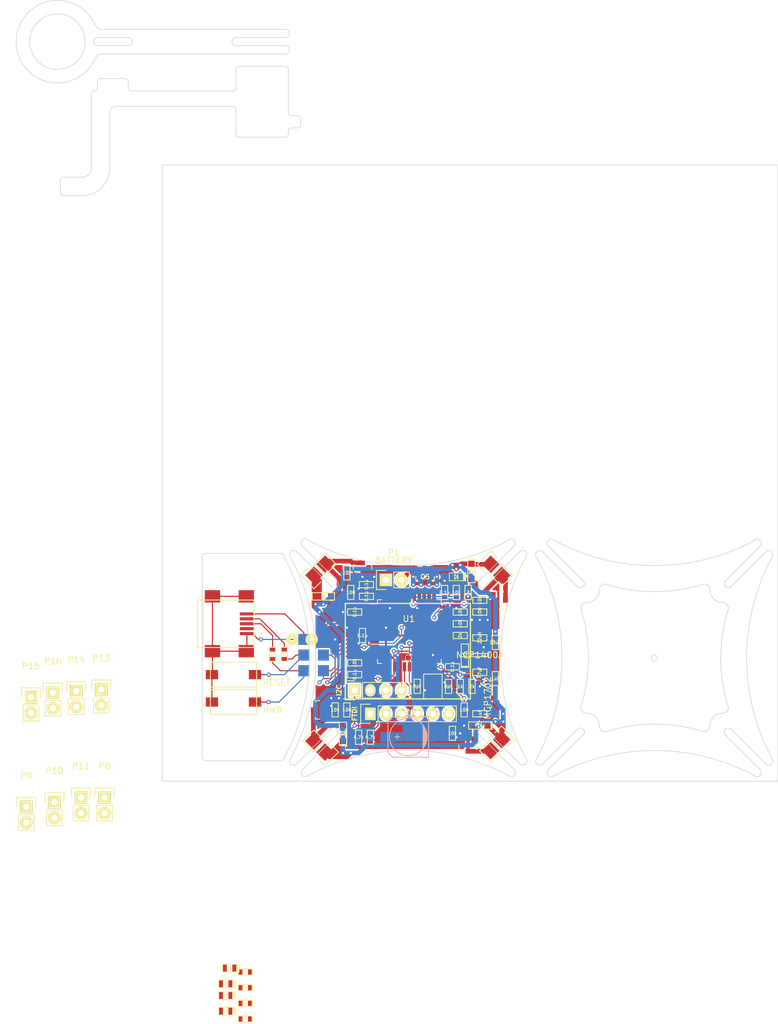
<source format=kicad_pcb>
(kicad_pcb (version 4) (host pcbnew "(2015-07-22 BZR 5980)-product")
  (layers (0 F.Cu signal) (31 B.Cu signal) (34 B.Paste user) (35 F.Paste user) (36 B.SilkS user) (37 F.SilkS user) (38 B.Mask user) (39 F.Mask user) (44 Edge.Cuts user))
  (net 0 "")
  (net 1 +BATT)
  (net 2 GND)
  (net 3 +5V)
  (net 4 +3V3)
  (net 5 "Net-(C5-Pad1)")
  (net 6 "Net-(D1-Pad1)")
  (net 7 "Net-(D2-Pad1)")
  (net 8 "Net-(D3-Pad1)")
  (net 9 "Net-(D4-Pad1)")
  (net 10 "Net-(D5-Pad1)")
  (net 11 "Net-(D6-Pad1)")
  (net 12 "Net-(D6-Pad2)")
  (net 13 "Net-(D7-Pad1)")
  (net 14 "Net-(D7-Pad2)")
  (net 15 "Net-(D8-Pad1)")
  (net 16 "Net-(D8-Pad2)")
  (net 17 "Net-(D9-Pad1)")
  (net 18 "Net-(D9-Pad2)")
  (net 19 "Net-(D10-Pad2)")
  (net 20 /RADIO_TX)
  (net 21 /RADIO_RX)
  (net 22 /SCL)
  (net 23 /SDA)
  (net 24 "Net-(P13-Pad1)")
  (net 25 "Net-(P14-Pad1)")
  (net 26 "Net-(P10-Pad1)")
  (net 27 "Net-(P11-Pad1)")
  (net 28 "Net-(Q1-Pad1)")
  (net 29 "Net-(Q2-Pad1)")
  (net 30 "Net-(Q3-Pad1)")
  (net 31 "Net-(Q4-Pad1)")
  (net 32 /MOTOR1)
  (net 33 /MOTOR3)
  (net 34 /MOTOR2)
  (net 35 /MOTOR4)
  (net 36 "Net-(R16-Pad1)")
  (net 37 "Net-(R19-Pad2)")
  (net 38 "Net-(R20-Pad2)")
  (net 39 "Net-(P1-Pad2)")
  (net 40 "Net-(C11-Pad1)")
  (net 41 "Net-(P12-Pad1)")
  (net 42 "Net-(P17-Pad6)")
  (net 43 "Net-(P17-Pad4)")
  (net 44 /RESET)
  (net 45 /HWB)
  (net 46 "Net-(P12-Pad5)")
  (net 47 /DC-)
  (net 48 /DC+)
  (net 49 /DP+)
  (net 50 /DP-)
  (net 51 /D+)
  (net 52 /D-)
  (net 53 /X+)
  (net 54 /X-)
  (net 55 "Net-(P2-Pad2)")
  (net 56 "Net-(P2-Pad6)")
  (net 57 "Net-(P12-Pad4)")
  (net 58 /BATT_ADC)
  (net 59 "Net-(U1-Pad11)")
  (net 60 "Net-(U1-Pad29)")
  (net 61 "Net-(U1-Pad30)")
  (net 62 "Net-(U1-Pad31)")
  (net 63 "Net-(U1-Pad37)")
  (net 64 "Net-(U1-Pad38)")
  (net 65 "Net-(U1-Pad39)")
  (net 66 "Net-(U1-Pad40)")
  (net 67 "Net-(U1-Pad41)")
  (net 68 "Net-(VR1-Pad3)")
  (net 69 "Net-(U1-Pad25)")
  (net 70 "Net-(U1-Pad26)")
  (net 71 "Net-(U1-Pad27)")
  (net 72 "Net-(U1-Pad8)")
  (net 73 "Net-(U1-Pad9)")
  (net 74 "Net-(U1-Pad10)")
  (module DigitalCave:SM0603_VALUE (layer F.Cu) (at 104.14 133.35 90)
    (fp_text reference C3 hide)
    (fp_text value 1uF (at 0 0 180) (layer F.SilkS) (effects (font (size 0.508 0.508) (thickness 0.1143))))
    (pad 1 smd rect (at -0.762 0 90) (size 0.635 0.889) (layers F.Cu F.Paste F.Mask) (net 3 +5V))
    (pad 2 smd rect (at 0.762 0 90) (size 0.635 0.889) (layers F.Cu F.Paste F.Mask) (net 2 GND))
  )
  (module DigitalCave:SM0603_VALUE (layer F.Cu) (at 101.6 139.065)
    (fp_text reference C4 hide)
    (fp_text value 1uF (at 0 0 90) (layer F.SilkS) (effects (font (size 0.508 0.508) (thickness 0.1143))))
    (pad 1 smd rect (at -0.762 0) (size 0.635 0.889) (layers F.Cu F.Paste F.Mask) (net 4 +3V3))
    (pad 2 smd rect (at 0.762 0) (size 0.635 0.889) (layers F.Cu F.Paste F.Mask) (net 2 GND))
  )
  (module Housings_SOT-23_SOT-143_TSOT-6:SOT-23 (layer F.Cu) (at 102.87 136.525 270)
    (fp_text reference VR2 hide)
    (fp_text value MCP1702 (at 0 0 270) (layer F.SilkS))
    (pad 1 smd rect (at -0.95 1.00076 270) (size 0.8001 0.8001) (layers F.Cu F.Paste F.Mask) (net 2 GND))
    (pad 2 smd rect (at 0.95 1.00076 270) (size 0.8001 0.8001) (layers F.Cu F.Paste F.Mask) (net 4 +3V3))
    (pad 3 smd rect (at 0 -0.99822 270) (size 0.8001 0.8001) (layers F.Cu F.Paste F.Mask) (net 3 +5V))
  )
  (module DigitalCave:SM0603_VALUE (layer F.Cu) (at 67.945 129.413 270)
    (fp_text reference R13 hide)
    (fp_text value 22 (at 0 0 360) (layer F.SilkS) (effects (font (size 0.508 0.508) (thickness 0.1143))))
    (pad 1 smd rect (at -0.762 0 270) (size 0.635 0.889) (layers F.Cu F.Paste F.Mask) (net 48 /DC+))
    (pad 2 smd rect (at 0.762 0 270) (size 0.635 0.889) (layers F.Cu F.Paste F.Mask) (net 49 /DP+))
  )
  (module DigitalCave:SW_6x3 (layer F.Cu) (at 61.595 132.715)
    (fp_text reference SW1 hide)
    (fp_text value RESET (at 6.985 1.27) (layer F.SilkS))
    (pad 1 smd rect (at -3.5 0) (size 2 1.5) (layers F.Cu F.Paste F.Mask) (net 46 "Net-(P12-Pad5)"))
    (pad 2 smd rect (at 3.5 0) (size 2 1.5) (layers F.Cu F.Paste F.Mask) (net 43 "Net-(P17-Pad4)"))
  )
  (module DigitalCave:SW_6x3 (layer F.Cu) (at 61.595 137.16)
    (fp_text reference SW2 hide)
    (fp_text value HWB (at 6.35 1.27) (layer F.SilkS))
    (pad 1 smd rect (at -3.5 0) (size 2 1.5) (layers F.Cu F.Paste F.Mask) (net 46 "Net-(P12-Pad5)"))
    (pad 2 smd rect (at 3.5 0) (size 2 1.5) (layers F.Cu F.Paste F.Mask) (net 42 "Net-(P17-Pad6)"))
  )
  (module Pin_Headers:Pin_Header_Straight_1x06 (layer F.Cu) (at 83.82 139.065 90)
    (fp_text reference P2 hide)
    (fp_text value FTDI (at 0 -2.54 90) (layer F.SilkS) (effects (font (size 0.762 0.762) (thickness 0.1905))))
    (pad 1 thru_hole rect (at 0 0 90) (size 2.032 1.7272) (drill 1.016) (layers *.Cu *.Mask F.SilkS) (net 2 GND))
    (pad 2 thru_hole oval (at 0 2.54 90) (size 2.032 1.7272) (drill 1.016) (layers *.Cu *.Mask F.SilkS) (net 55 "Net-(P2-Pad2)"))
    (pad 3 thru_hole oval (at 0 5.08 90) (size 2.032 1.7272) (drill 1.016) (layers *.Cu *.Mask F.SilkS) (net 4 +3V3))
    (pad 4 thru_hole oval (at 0 7.62 90) (size 2.032 1.7272) (drill 1.016) (layers *.Cu *.Mask F.SilkS) (net 20 /RADIO_TX))
    (pad 5 thru_hole oval (at 0 10.16 90) (size 2.032 1.7272) (drill 1.016) (layers *.Cu *.Mask F.SilkS) (net 21 /RADIO_RX))
    (pad 6 thru_hole oval (at 0 12.7 90) (size 2.032 1.7272) (drill 1.016) (layers *.Cu *.Mask F.SilkS) (net 56 "Net-(P2-Pad6)"))
  )
  (module Pin_Headers:Pin_Header_Straight_1x04 (layer F.Cu) (at 81.28 135.255 90)
    (fp_text reference P5 hide)
    (fp_text value I2C (at 0 -2.54 90) (layer F.SilkS) (effects (font (size 0.762 0.762) (thickness 0.1905))))
    (pad 1 thru_hole rect (at 0 0 90) (size 2.032 1.7272) (drill 1.016) (layers *.Cu *.Mask F.SilkS) (net 4 +3V3))
    (pad 2 thru_hole oval (at 0 2.54 90) (size 2.032 1.7272) (drill 1.016) (layers *.Cu *.Mask F.SilkS) (net 2 GND))
    (pad 3 thru_hole oval (at 0 5.08 90) (size 2.032 1.7272) (drill 1.016) (layers *.Cu *.Mask F.SilkS) (net 22 /SCL))
    (pad 4 thru_hole oval (at 0 7.62 90) (size 2.032 1.7272) (drill 1.016) (layers *.Cu *.Mask F.SilkS) (net 23 /SDA))
  )
  (module Housings_QFP:TQFP-44_10x10mm_Pitch0.8mm (layer F.Cu) (at 90.17 125.73)
    (fp_text reference U1 (at -0.084 -2.08) (layer F.SilkS))
    (fp_text value ATMEGA32U4-A hide)
    (pad 1 smd rect (at -5.7 -4) (size 1.5 0.55) (layers F.Cu F.Paste F.Mask) (net 32 /MOTOR1))
    (pad 2 smd rect (at -5.7 -3.2) (size 1.5 0.55) (layers F.Cu F.Paste F.Mask) (net 3 +5V))
    (pad 3 smd rect (at -5.7 -2.4) (size 1.5 0.55) (layers F.Cu F.Paste F.Mask) (net 52 /D-))
    (pad 4 smd rect (at -5.7 -1.6) (size 1.5 0.55) (layers F.Cu F.Paste F.Mask) (net 51 /D+))
    (pad 5 smd rect (at -5.7 -0.8) (size 1.5 0.55) (layers F.Cu F.Paste F.Mask) (net 2 GND))
    (pad 6 smd rect (at -5.7 0) (size 1.5 0.55) (layers F.Cu F.Paste F.Mask) (net 40 "Net-(C11-Pad1)"))
    (pad 7 smd rect (at -5.7 0.8) (size 1.5 0.55) (layers F.Cu F.Paste F.Mask) (net 3 +5V))
    (pad 8 smd rect (at -5.7 1.6) (size 1.5 0.55) (layers F.Cu F.Paste F.Mask) (net 72 "Net-(U1-Pad8)"))
    (pad 9 smd rect (at -5.7 2.4) (size 1.5 0.55) (layers F.Cu F.Paste F.Mask) (net 73 "Net-(U1-Pad9)"))
    (pad 10 smd rect (at -5.7 3.2) (size 1.5 0.55) (layers F.Cu F.Paste F.Mask) (net 74 "Net-(U1-Pad10)"))
    (pad 11 smd rect (at -5.7 4) (size 1.5 0.55) (layers F.Cu F.Paste F.Mask) (net 59 "Net-(U1-Pad11)"))
    (pad 12 smd rect (at -4 5.7 90) (size 1.5 0.55) (layers F.Cu F.Paste F.Mask) (net 35 /MOTOR4))
    (pad 13 smd rect (at -3.2 5.7 90) (size 1.5 0.55) (layers F.Cu F.Paste F.Mask) (net 44 /RESET))
    (pad 14 smd rect (at -2.4 5.7 90) (size 1.5 0.55) (layers F.Cu F.Paste F.Mask) (net 3 +5V))
    (pad 15 smd rect (at -1.6 5.7 90) (size 1.5 0.55) (layers F.Cu F.Paste F.Mask) (net 2 GND))
    (pad 16 smd rect (at -0.8 5.7 90) (size 1.5 0.55) (layers F.Cu F.Paste F.Mask) (net 54 /X-))
    (pad 17 smd rect (at 0 5.7 90) (size 1.5 0.55) (layers F.Cu F.Paste F.Mask) (net 53 /X+))
    (pad 18 smd rect (at 0.8 5.7 90) (size 1.5 0.55) (layers F.Cu F.Paste F.Mask) (net 22 /SCL))
    (pad 19 smd rect (at 1.6 5.7 90) (size 1.5 0.55) (layers F.Cu F.Paste F.Mask) (net 23 /SDA))
    (pad 20 smd rect (at 2.4 5.7 90) (size 1.5 0.55) (layers F.Cu F.Paste F.Mask) (net 20 /RADIO_TX))
    (pad 21 smd rect (at 3.2 5.7 90) (size 1.5 0.55) (layers F.Cu F.Paste F.Mask) (net 38 "Net-(R20-Pad2)"))
    (pad 22 smd rect (at 4 5.7 90) (size 1.5 0.55) (layers F.Cu F.Paste F.Mask) (net 34 /MOTOR2))
    (pad 23 smd rect (at 5.7 4) (size 1.5 0.55) (layers F.Cu F.Paste F.Mask) (net 2 GND))
    (pad 24 smd rect (at 5.7 3.2) (size 1.5 0.55) (layers F.Cu F.Paste F.Mask) (net 3 +5V))
    (pad 25 smd rect (at 5.7 2.4) (size 1.5 0.55) (layers F.Cu F.Paste F.Mask) (net 69 "Net-(U1-Pad25)"))
    (pad 26 smd rect (at 5.7 1.6) (size 1.5 0.55) (layers F.Cu F.Paste F.Mask) (net 70 "Net-(U1-Pad26)"))
    (pad 27 smd rect (at 5.7 0.8) (size 1.5 0.55) (layers F.Cu F.Paste F.Mask) (net 71 "Net-(U1-Pad27)"))
    (pad 28 smd rect (at 5.7 0) (size 1.5 0.55) (layers F.Cu F.Paste F.Mask) (net 58 /BATT_ADC))
    (pad 29 smd rect (at 5.7 -0.8) (size 1.5 0.55) (layers F.Cu F.Paste F.Mask) (net 60 "Net-(U1-Pad29)"))
    (pad 30 smd rect (at 5.7 -1.6) (size 1.5 0.55) (layers F.Cu F.Paste F.Mask) (net 61 "Net-(U1-Pad30)"))
    (pad 31 smd rect (at 5.7 -2.4) (size 1.5 0.55) (layers F.Cu F.Paste F.Mask) (net 62 "Net-(U1-Pad31)"))
    (pad 32 smd rect (at 5.7 -3.2) (size 1.5 0.55) (layers F.Cu F.Paste F.Mask) (net 33 /MOTOR3))
    (pad 33 smd rect (at 5.7 -4) (size 1.5 0.55) (layers F.Cu F.Paste F.Mask) (net 45 /HWB))
    (pad 34 smd rect (at 4 -5.7 90) (size 1.5 0.55) (layers F.Cu F.Paste F.Mask) (net 3 +5V))
    (pad 35 smd rect (at 3.2 -5.7 90) (size 1.5 0.55) (layers F.Cu F.Paste F.Mask) (net 2 GND))
    (pad 36 smd rect (at 2.4 -5.7 90) (size 1.5 0.55) (layers F.Cu F.Paste F.Mask) (net 37 "Net-(R19-Pad2)"))
    (pad 37 smd rect (at 1.6 -5.7 90) (size 1.5 0.55) (layers F.Cu F.Paste F.Mask) (net 63 "Net-(U1-Pad37)"))
    (pad 38 smd rect (at 0.8 -5.7 90) (size 1.5 0.55) (layers F.Cu F.Paste F.Mask) (net 64 "Net-(U1-Pad38)"))
    (pad 39 smd rect (at 0 -5.7 90) (size 1.5 0.55) (layers F.Cu F.Paste F.Mask) (net 65 "Net-(U1-Pad39)"))
    (pad 40 smd rect (at -0.8 -5.7 90) (size 1.5 0.55) (layers F.Cu F.Paste F.Mask) (net 66 "Net-(U1-Pad40)"))
    (pad 41 smd rect (at -1.6 -5.7 90) (size 1.5 0.55) (layers F.Cu F.Paste F.Mask) (net 67 "Net-(U1-Pad41)"))
    (pad 42 smd rect (at -2.4 -5.7 90) (size 1.5 0.55) (layers F.Cu F.Paste F.Mask) (net 5 "Net-(C5-Pad1)"))
    (pad 43 smd rect (at -3.2 -5.7 90) (size 1.5 0.55) (layers F.Cu F.Paste F.Mask) (net 2 GND))
    (pad 44 smd rect (at -4 -5.7 90) (size 1.5 0.55) (layers F.Cu F.Paste F.Mask) (net 3 +5V))
  )
  (module DigitalCave:SM0603_VALUE (layer F.Cu) (at 104.14 127.508 270)
    (fp_text reference C1 hide)
    (fp_text value 10uF (at 0 0 360) (layer F.SilkS) (effects (font (size 0.508 0.508) (thickness 0.1143))))
    (pad 1 smd rect (at -0.762 0 270) (size 0.635 0.889) (layers F.Cu F.Paste F.Mask) (net 1 +BATT))
    (pad 2 smd rect (at 0.762 0 270) (size 0.635 0.889) (layers F.Cu F.Paste F.Mask) (net 2 GND))
  )
  (module DigitalCave:SM0603_VALUE (layer F.Cu) (at 101.6 132.334)
    (fp_text reference C2 hide)
    (fp_text value 47uF (at 0 0 90) (layer F.SilkS) (effects (font (size 0.508 0.508) (thickness 0.1143))))
    (pad 1 smd rect (at -0.762 0) (size 0.635 0.889) (layers F.Cu F.Paste F.Mask) (net 3 +5V))
    (pad 2 smd rect (at 0.762 0) (size 0.635 0.889) (layers F.Cu F.Paste F.Mask) (net 2 GND))
  )
  (module DigitalCave:SM0603_VALUE (layer F.Cu) (at 83.185 118.11 180)
    (fp_text reference C5 hide)
    (fp_text value 0.1u (at 0 0 270) (layer F.SilkS) (effects (font (size 0.508 0.508) (thickness 0.1143))))
    (pad 1 smd rect (at -0.762 0 180) (size 0.635 0.889) (layers F.Cu F.Paste F.Mask) (net 5 "Net-(C5-Pad1)"))
    (pad 2 smd rect (at 0.762 0 180) (size 0.635 0.889) (layers F.Cu F.Paste F.Mask) (net 2 GND))
  )
  (module DigitalCave:SM0603_VALUE (layer F.Cu) (at 81.28 122.555)
    (fp_text reference C6 hide)
    (fp_text value 0.1u (at 0 0 90) (layer F.SilkS) (effects (font (size 0.508 0.508) (thickness 0.1143))))
    (pad 1 smd rect (at -0.762 0) (size 0.635 0.889) (layers F.Cu F.Paste F.Mask) (net 2 GND))
    (pad 2 smd rect (at 0.762 0) (size 0.635 0.889) (layers F.Cu F.Paste F.Mask) (net 3 +5V))
  )
  (module DigitalCave:SM0603_VALUE (layer F.Cu) (at 81.28 132.715)
    (fp_text reference C7 hide)
    (fp_text value 0.1u (at 0 0 90) (layer F.SilkS) (effects (font (size 0.508 0.508) (thickness 0.1143))))
    (pad 1 smd rect (at -0.762 0) (size 0.635 0.889) (layers F.Cu F.Paste F.Mask) (net 2 GND))
    (pad 2 smd rect (at 0.762 0) (size 0.635 0.889) (layers F.Cu F.Paste F.Mask) (net 3 +5V))
  )
  (module DigitalCave:SM0603_VALUE (layer F.Cu) (at 95.885 119.38 270)
    (fp_text reference C8 hide)
    (fp_text value 0.1u (at 0 0 360) (layer F.SilkS) (effects (font (size 0.508 0.508) (thickness 0.1143))))
    (pad 1 smd rect (at -0.762 0 270) (size 0.635 0.889) (layers F.Cu F.Paste F.Mask) (net 2 GND))
    (pad 2 smd rect (at 0.762 0 270) (size 0.635 0.889) (layers F.Cu F.Paste F.Mask) (net 3 +5V))
  )
  (module DigitalCave:SM0603_VALUE (layer F.Cu) (at 97.155 131.445)
    (fp_text reference C9 hide)
    (fp_text value 0.1u (at 0 0 90) (layer F.SilkS) (effects (font (size 0.508 0.508) (thickness 0.1143))))
    (pad 1 smd rect (at -0.762 0) (size 0.635 0.889) (layers F.Cu F.Paste F.Mask) (net 2 GND))
    (pad 2 smd rect (at 0.762 0) (size 0.635 0.889) (layers F.Cu F.Paste F.Mask) (net 3 +5V))
  )
  (module DigitalCave:SM0603_VALUE (layer F.Cu) (at 83.185 120.015)
    (fp_text reference C10 hide)
    (fp_text value 0.1u (at 0 0 90) (layer F.SilkS) (effects (font (size 0.508 0.508) (thickness 0.1143))))
    (pad 1 smd rect (at -0.762 0) (size 0.635 0.889) (layers F.Cu F.Paste F.Mask) (net 2 GND))
    (pad 2 smd rect (at 0.762 0) (size 0.635 0.889) (layers F.Cu F.Paste F.Mask) (net 3 +5V))
  )
  (module DigitalCave:SOD-323_DIODE (layer F.Cu) (at 76.2 120.015 180)
    (fp_text reference D1 hide)
    (fp_text value DSCHSMALL hide)
    (pad 1 smd rect (at -1.25 0 180) (size 1 1) (layers F.Cu F.Paste F.Mask) (net 6 "Net-(D1-Pad1)"))
    (pad 2 smd rect (at 1.25 0 180) (size 1 1) (layers F.Cu F.Paste F.Mask) (net 1 +BATT))
  )
  (module DigitalCave:SOD-323_DIODE (layer F.Cu) (at 100.25 115.98 90)
    (fp_text reference D2 hide)
    (fp_text value DSCHSMALL hide)
    (pad 1 smd rect (at -1.25 0 90) (size 1 1) (layers F.Cu F.Paste F.Mask) (net 7 "Net-(D2-Pad1)"))
    (pad 2 smd rect (at 1.25 0 90) (size 1 1) (layers F.Cu F.Paste F.Mask) (net 1 +BATT))
  )
  (module DigitalCave:SOD-323_DIODE (layer F.Cu) (at 99.187 129.54 270)
    (fp_text reference D3 hide)
    (fp_text value DSCHSMALL hide)
    (pad 1 smd rect (at -1.25 0 270) (size 1 1) (layers F.Cu F.Paste F.Mask) (net 8 "Net-(D3-Pad1)"))
    (pad 2 smd rect (at 1.25 0 270) (size 1 1) (layers F.Cu F.Paste F.Mask) (net 3 +5V))
  )
  (module DigitalCave:SOD-323_DIODE (layer F.Cu) (at 101.6 140.97)
    (fp_text reference D4 hide)
    (fp_text value DSCHSMALL hide)
    (pad 1 smd rect (at -1.25 0) (size 1 1) (layers F.Cu F.Paste F.Mask) (net 9 "Net-(D4-Pad1)"))
    (pad 2 smd rect (at 1.25 0) (size 1 1) (layers F.Cu F.Paste F.Mask) (net 1 +BATT))
  )
  (module DigitalCave:SOD-323_DIODE (layer F.Cu) (at 79.375 142.24 270)
    (fp_text reference D5 hide)
    (fp_text value DSCHSMALL hide)
    (pad 1 smd rect (at -1.25 0 270) (size 1 1) (layers F.Cu F.Paste F.Mask) (net 10 "Net-(D5-Pad1)"))
    (pad 2 smd rect (at 1.25 0 270) (size 1 1) (layers F.Cu F.Paste F.Mask) (net 1 +BATT))
  )
  (module DigitalCave:SM0603_DIODE (layer F.Cu) (at 60.96 180.34)
    (fp_text reference D6 hide)
    (fp_text value Led_Small hide)
    (pad 1 smd rect (at -0.762 0) (size 0.635 1.143) (layers F.Cu F.Paste F.Mask) (net 11 "Net-(D6-Pad1)"))
    (pad 2 smd rect (at 0.762 0) (size 0.635 1.143) (layers F.Cu F.Paste F.Mask) (net 12 "Net-(D6-Pad2)"))
  )
  (module DigitalCave:SM0603_DIODE (layer F.Cu) (at 60.325 182.88)
    (fp_text reference D7 hide)
    (fp_text value Led_Small hide)
    (pad 1 smd rect (at -0.762 0) (size 0.635 1.143) (layers F.Cu F.Paste F.Mask) (net 13 "Net-(D7-Pad1)"))
    (pad 2 smd rect (at 0.762 0) (size 0.635 1.143) (layers F.Cu F.Paste F.Mask) (net 14 "Net-(D7-Pad2)"))
  )
  (module DigitalCave:SM0603_DIODE (layer F.Cu) (at 60.325 184.785)
    (fp_text reference D8 hide)
    (fp_text value Led_Small hide)
    (pad 1 smd rect (at -0.762 0) (size 0.635 1.143) (layers F.Cu F.Paste F.Mask) (net 15 "Net-(D8-Pad1)"))
    (pad 2 smd rect (at 0.762 0) (size 0.635 1.143) (layers F.Cu F.Paste F.Mask) (net 16 "Net-(D8-Pad2)"))
  )
  (module DigitalCave:SM0603_DIODE (layer F.Cu) (at 60.325 187.325)
    (fp_text reference D9 hide)
    (fp_text value Led_Small hide)
    (pad 1 smd rect (at -0.762 0) (size 0.635 1.143) (layers F.Cu F.Paste F.Mask) (net 17 "Net-(D9-Pad1)"))
    (pad 2 smd rect (at 0.762 0) (size 0.635 1.143) (layers F.Cu F.Paste F.Mask) (net 18 "Net-(D9-Pad2)"))
  )
  (module DigitalCave:SM0603_VALUE (layer F.Cu) (at 101.6 126.746 180)
    (fp_text reference L1 hide)
    (fp_text value 22uH (at 0 0 270) (layer F.SilkS) (effects (font (size 0.508 0.508) (thickness 0.1143))))
    (pad 1 smd rect (at -0.762 0 180) (size 0.635 0.889) (layers F.Cu F.Paste F.Mask) (net 1 +BATT))
    (pad 2 smd rect (at 0.762 0 180) (size 0.635 0.889) (layers F.Cu F.Paste F.Mask) (net 8 "Net-(D3-Pad1)"))
  )
  (module Pin_Headers:Pin_Header_Straight_1x02 (layer F.Cu) (at 86.36 117.348 90)
    (fp_text reference P1 (at 4.445 1.27 180) (layer F.SilkS))
    (fp_text value BATTERY (at 3.175 1.27 180) (layer F.SilkS))
    (pad 1 thru_hole rect (at 0 0 90) (size 2.032 2.032) (drill 1.016) (layers *.Cu *.Mask F.SilkS) (net 2 GND))
    (pad 2 thru_hole oval (at 0 2.54 90) (size 2.032 2.032) (drill 1.016) (layers *.Cu *.Mask F.SilkS) (net 39 "Net-(P1-Pad2)"))
  )
  (module Pin_Headers:Pin_Header_Straight_1x02 (layer F.Cu) (at 74.676 116.586 135)
    (fp_text reference P3 hide)
    (fp_text value MOTOR_PAD hide)
    (pad 1 smd rect (at 0 0 135) (size 2.032 2.032) (layers F.Cu F.Paste F.Mask) (net 1 +BATT))
    (pad 2 smd rect (at 0 2.54 135) (size 2.032 2.032) (layers F.Cu F.Paste F.Mask) (net 6 "Net-(D1-Pad1)"))
  )
  (module Pin_Headers:Pin_Header_Straight_1x02 (layer F.Cu) (at 103.378 114.808 45)
    (fp_text reference P4 hide)
    (fp_text value MOTOR_PAD hide)
    (pad 1 smd rect (at 0 0 45) (size 2.032 2.032) (layers F.Cu F.Paste F.Mask) (net 1 +BATT))
    (pad 2 smd rect (at 0 2.54 45) (size 2.032 2.032) (layers F.Cu F.Paste F.Mask) (net 7 "Net-(D2-Pad1)"))
  )
  (module Pin_Headers:Pin_Header_Straight_1x02 (layer F.Cu) (at 105.156 143.256 315)
    (fp_text reference P6 hide)
    (fp_text value MOTOR_PAD hide)
    (pad 1 smd rect (at 0 0 315) (size 2.032 2.032) (layers F.Cu F.Paste F.Mask) (net 1 +BATT))
    (pad 2 smd rect (at 0 2.54 315) (size 2.032 2.032) (layers F.Cu F.Paste F.Mask) (net 9 "Net-(D4-Pad1)"))
  )
  (module Pin_Headers:Pin_Header_Straight_1x02 (layer F.Cu) (at 76.454 145.288 225)
    (fp_text reference P7 hide)
    (fp_text value MOTOR_PAD hide)
    (pad 1 smd rect (at 0 0 225) (size 2.032 2.032) (layers F.Cu F.Paste F.Mask) (net 1 +BATT))
    (pad 2 smd rect (at 0 2.54 225) (size 2.032 2.032) (layers F.Cu F.Paste F.Mask) (net 10 "Net-(D5-Pad1)"))
  )
  (module Pin_Headers:Pin_Header_Straight_1x02 (layer F.Cu) (at 40.64 152.654)
    (fp_text reference P8 (at 0 -5.1) (layer F.SilkS))
    (fp_text value MOTOR_PIN)
    (pad 1 thru_hole rect (at 0 0) (size 2.032 2.032) (drill 1.016) (layers *.Cu *.Mask F.SilkS) (net 24 "Net-(P13-Pad1)"))
    (pad 2 thru_hole oval (at 0 2.54) (size 2.032 2.032) (drill 1.016) (layers *.Cu *.Mask F.SilkS) (net 11 "Net-(D6-Pad1)"))
  )
  (module Pin_Headers:Pin_Header_Straight_1x02 (layer F.Cu) (at 27.94 154.178)
    (fp_text reference P9 (at 0 -5.1) (layer F.SilkS))
    (fp_text value MOTOR_PIN)
    (pad 1 thru_hole rect (at 0 0) (size 2.032 2.032) (drill 1.016) (layers *.Cu *.Mask F.SilkS) (net 25 "Net-(P14-Pad1)"))
    (pad 2 thru_hole oval (at 0 2.54) (size 2.032 2.032) (drill 1.016) (layers *.Cu *.Mask F.SilkS) (net 13 "Net-(D7-Pad1)"))
  )
  (module Pin_Headers:Pin_Header_Straight_1x02 (layer F.Cu) (at 32.512 153.416)
    (fp_text reference P10 (at 0 -5.1) (layer F.SilkS))
    (fp_text value MOTOR_PIN)
    (pad 1 thru_hole rect (at 0 0) (size 2.032 2.032) (drill 1.016) (layers *.Cu *.Mask F.SilkS) (net 26 "Net-(P10-Pad1)"))
    (pad 2 thru_hole oval (at 0 2.54) (size 2.032 2.032) (drill 1.016) (layers *.Cu *.Mask F.SilkS) (net 15 "Net-(D8-Pad1)"))
  )
  (module Pin_Headers:Pin_Header_Straight_1x02 (layer F.Cu) (at 36.83 152.654)
    (fp_text reference P11 (at 0 -5.1) (layer F.SilkS))
    (fp_text value MOTOR_PIN)
    (pad 1 thru_hole rect (at 0 0) (size 2.032 2.032) (drill 1.016) (layers *.Cu *.Mask F.SilkS) (net 27 "Net-(P11-Pad1)"))
    (pad 2 thru_hole oval (at 0 2.54) (size 2.032 2.032) (drill 1.016) (layers *.Cu *.Mask F.SilkS) (net 17 "Net-(D9-Pad1)"))
  )
  (module Pin_Headers:Pin_Header_Straight_1x02 (layer F.Cu) (at 40.132 135.128)
    (fp_text reference P13 (at 0 -5.1) (layer F.SilkS))
    (fp_text value MOTOR)
    (pad 1 thru_hole rect (at 0 0) (size 2.032 2.032) (drill 1.016) (layers *.Cu *.Mask F.SilkS) (net 24 "Net-(P13-Pad1)"))
    (pad 2 thru_hole oval (at 0 2.54) (size 2.032 2.032) (drill 1.016) (layers *.Cu *.Mask F.SilkS) (net 11 "Net-(D6-Pad1)"))
  )
  (module Pin_Headers:Pin_Header_Straight_1x02 (layer F.Cu) (at 36.068 135.382)
    (fp_text reference P14 (at 0 -5.1) (layer F.SilkS))
    (fp_text value MOTOR)
    (pad 1 thru_hole rect (at 0 0) (size 2.032 2.032) (drill 1.016) (layers *.Cu *.Mask F.SilkS) (net 25 "Net-(P14-Pad1)"))
    (pad 2 thru_hole oval (at 0 2.54) (size 2.032 2.032) (drill 1.016) (layers *.Cu *.Mask F.SilkS) (net 13 "Net-(D7-Pad1)"))
  )
  (module Pin_Headers:Pin_Header_Straight_1x02 (layer F.Cu) (at 28.702 136.398)
    (fp_text reference P15 (at 0 -5.1) (layer F.SilkS))
    (fp_text value MOTOR)
    (pad 1 thru_hole rect (at 0 0) (size 2.032 2.032) (drill 1.016) (layers *.Cu *.Mask F.SilkS) (net 26 "Net-(P10-Pad1)"))
    (pad 2 thru_hole oval (at 0 2.54) (size 2.032 2.032) (drill 1.016) (layers *.Cu *.Mask F.SilkS) (net 15 "Net-(D8-Pad1)"))
  )
  (module Pin_Headers:Pin_Header_Straight_1x02 (layer F.Cu) (at 32.258 135.636)
    (fp_text reference P16 (at 0 -5.1) (layer F.SilkS))
    (fp_text value MOTOR)
    (pad 1 thru_hole rect (at 0 0) (size 2.032 2.032) (drill 1.016) (layers *.Cu *.Mask F.SilkS) (net 27 "Net-(P11-Pad1)"))
    (pad 2 thru_hole oval (at 0 2.54) (size 2.032 2.032) (drill 1.016) (layers *.Cu *.Mask F.SilkS) (net 17 "Net-(D9-Pad1)"))
  )
  (module Housings_SOT-23_SOT-143_TSOT-6:SOT-23 (layer F.Cu) (at 82.55 115.57)
    (fp_text reference Q1 hide)
    (fp_text value Q_NMOS_GSD hide)
    (pad 1 smd rect (at -0.95 1.00076) (size 0.8001 0.8001) (layers F.Cu F.Paste F.Mask) (net 28 "Net-(Q1-Pad1)"))
    (pad 2 smd rect (at 0.95 1.00076) (size 0.8001 0.8001) (layers F.Cu F.Paste F.Mask) (net 2 GND))
    (pad 3 smd rect (at 0 -0.99822) (size 0.8001 0.8001) (layers F.Cu F.Paste F.Mask) (net 6 "Net-(D1-Pad1)"))
  )
  (module Housings_SOT-23_SOT-143_TSOT-6:SOT-23 (layer F.Cu) (at 104.775 120.65 270)
    (fp_text reference Q2 hide)
    (fp_text value Q_NMOS_GSD hide)
    (pad 1 smd rect (at -0.95 1.00076 270) (size 0.8001 0.8001) (layers F.Cu F.Paste F.Mask) (net 29 "Net-(Q2-Pad1)"))
    (pad 2 smd rect (at 0.95 1.00076 270) (size 0.8001 0.8001) (layers F.Cu F.Paste F.Mask) (net 2 GND))
    (pad 3 smd rect (at 0 -0.99822 270) (size 0.8001 0.8001) (layers F.Cu F.Paste F.Mask) (net 7 "Net-(D2-Pad1)"))
  )
  (module Housings_SOT-23_SOT-143_TSOT-6:SOT-23 (layer F.Cu) (at 99.695 144.145 180)
    (fp_text reference Q3 hide)
    (fp_text value Q_NMOS_GSD hide)
    (pad 1 smd rect (at -0.95 1.00076 180) (size 0.8001 0.8001) (layers F.Cu F.Paste F.Mask) (net 30 "Net-(Q3-Pad1)"))
    (pad 2 smd rect (at 0.95 1.00076 180) (size 0.8001 0.8001) (layers F.Cu F.Paste F.Mask) (net 2 GND))
    (pad 3 smd rect (at 0 -0.99822 180) (size 0.8001 0.8001) (layers F.Cu F.Paste F.Mask) (net 9 "Net-(D4-Pad1)"))
  )
  (module Housings_SOT-23_SOT-143_TSOT-6:SOT-23 (layer F.Cu) (at 75.565 138.43 90)
    (fp_text reference Q4 hide)
    (fp_text value Q_NMOS_GSD hide)
    (pad 1 smd rect (at -0.95 1.00076 90) (size 0.8001 0.8001) (layers F.Cu F.Paste F.Mask) (net 31 "Net-(Q4-Pad1)"))
    (pad 2 smd rect (at 0.95 1.00076 90) (size 0.8001 0.8001) (layers F.Cu F.Paste F.Mask) (net 2 GND))
    (pad 3 smd rect (at 0 -0.99822 90) (size 0.8001 0.8001) (layers F.Cu F.Paste F.Mask) (net 10 "Net-(D5-Pad1)"))
  )
  (module DigitalCave:SM0603_VALUE (layer F.Cu) (at 80.645 119.38 90)
    (fp_text reference R1 hide)
    (fp_text value 100 (at 0 0 180) (layer F.SilkS) (effects (font (size 0.508 0.508) (thickness 0.1143))))
    (pad 1 smd rect (at -0.762 0 90) (size 0.635 0.889) (layers F.Cu F.Paste F.Mask) (net 32 /MOTOR1))
    (pad 2 smd rect (at 0.762 0 90) (size 0.635 0.889) (layers F.Cu F.Paste F.Mask) (net 28 "Net-(Q1-Pad1)"))
  )
  (module DigitalCave:SM0603_VALUE (layer F.Cu) (at 101.6 122.555)
    (fp_text reference R2 hide)
    (fp_text value 100 (at 0 0 90) (layer F.SilkS) (effects (font (size 0.508 0.508) (thickness 0.1143))))
    (pad 1 smd rect (at -0.762 0) (size 0.635 0.889) (layers F.Cu F.Paste F.Mask) (net 33 /MOTOR3))
    (pad 2 smd rect (at 0.762 0) (size 0.635 0.889) (layers F.Cu F.Paste F.Mask) (net 29 "Net-(Q2-Pad1)"))
  )
  (module DigitalCave:SM0603_VALUE (layer F.Cu) (at 80.01 116.205 90)
    (fp_text reference R3 hide)
    (fp_text value 10k (at 0 0 180) (layer F.SilkS) (effects (font (size 0.508 0.508) (thickness 0.1143))))
    (pad 1 smd rect (at -0.762 0 90) (size 0.635 0.889) (layers F.Cu F.Paste F.Mask) (net 2 GND))
    (pad 2 smd rect (at 0.762 0 90) (size 0.635 0.889) (layers F.Cu F.Paste F.Mask) (net 28 "Net-(Q1-Pad1)"))
  )
  (module DigitalCave:SM0603_VALUE (layer F.Cu) (at 101.6 120.65)
    (fp_text reference R4 hide)
    (fp_text value 10k (at 0 0 90) (layer F.SilkS) (effects (font (size 0.508 0.508) (thickness 0.1143))))
    (pad 1 smd rect (at -0.762 0) (size 0.635 0.889) (layers F.Cu F.Paste F.Mask) (net 2 GND))
    (pad 2 smd rect (at 0.762 0) (size 0.635 0.889) (layers F.Cu F.Paste F.Mask) (net 29 "Net-(Q2-Pad1)"))
  )
  (module DigitalCave:SM0603_VALUE (layer F.Cu) (at 99.06 138.43 270)
    (fp_text reference R5 hide)
    (fp_text value 100 (at 0 0 360) (layer F.SilkS) (effects (font (size 0.508 0.508) (thickness 0.1143))))
    (pad 1 smd rect (at -0.762 0 270) (size 0.635 0.889) (layers F.Cu F.Paste F.Mask) (net 34 /MOTOR2))
    (pad 2 smd rect (at 0.762 0 270) (size 0.635 0.889) (layers F.Cu F.Paste F.Mask) (net 30 "Net-(Q3-Pad1)"))
  )
  (module DigitalCave:SM0603_VALUE (layer F.Cu) (at 80.01 138.43 270)
    (fp_text reference R6 hide)
    (fp_text value 100 (at 0 0 360) (layer F.SilkS) (effects (font (size 0.508 0.508) (thickness 0.1143))))
    (pad 1 smd rect (at -0.762 0 270) (size 0.635 0.889) (layers F.Cu F.Paste F.Mask) (net 35 /MOTOR4))
    (pad 2 smd rect (at 0.762 0 270) (size 0.635 0.889) (layers F.Cu F.Paste F.Mask) (net 31 "Net-(Q4-Pad1)"))
  )
  (module DigitalCave:SM0603_VALUE (layer F.Cu) (at 97.155 142.24 90)
    (fp_text reference R7 hide)
    (fp_text value 10k (at 0 0 180) (layer F.SilkS) (effects (font (size 0.508 0.508) (thickness 0.1143))))
    (pad 1 smd rect (at -0.762 0 90) (size 0.635 0.889) (layers F.Cu F.Paste F.Mask) (net 2 GND))
    (pad 2 smd rect (at 0.762 0 90) (size 0.635 0.889) (layers F.Cu F.Paste F.Mask) (net 30 "Net-(Q3-Pad1)"))
  )
  (module DigitalCave:SM0603_VALUE (layer F.Cu) (at 78.105 138.43 270)
    (fp_text reference R8 hide)
    (fp_text value 10k (at 0 0 360) (layer F.SilkS) (effects (font (size 0.508 0.508) (thickness 0.1143))))
    (pad 1 smd rect (at -0.762 0 270) (size 0.635 0.889) (layers F.Cu F.Paste F.Mask) (net 2 GND))
    (pad 2 smd rect (at 0.762 0 270) (size 0.635 0.889) (layers F.Cu F.Paste F.Mask) (net 31 "Net-(Q4-Pad1)"))
  )
  (module DigitalCave:SM0603_VALUE (layer F.Cu) (at 63.5 180.975)
    (fp_text reference R9 hide)
    (fp_text value 10k (at 0 0 90) (layer F.SilkS) (effects (font (size 0.508 0.508) (thickness 0.1143))))
    (pad 1 smd rect (at -0.762 0) (size 0.635 0.889) (layers F.Cu F.Paste F.Mask) (net 12 "Net-(D6-Pad2)"))
    (pad 2 smd rect (at 0.762 0) (size 0.635 0.889) (layers F.Cu F.Paste F.Mask) (net 24 "Net-(P13-Pad1)"))
  )
  (module DigitalCave:SM0603_VALUE (layer F.Cu) (at 63.5 183.515)
    (fp_text reference R10 hide)
    (fp_text value 10k (at 0 0 90) (layer F.SilkS) (effects (font (size 0.508 0.508) (thickness 0.1143))))
    (pad 1 smd rect (at -0.762 0) (size 0.635 0.889) (layers F.Cu F.Paste F.Mask) (net 14 "Net-(D7-Pad2)"))
    (pad 2 smd rect (at 0.762 0) (size 0.635 0.889) (layers F.Cu F.Paste F.Mask) (net 25 "Net-(P14-Pad1)"))
  )
  (module DigitalCave:SM0603_VALUE (layer F.Cu) (at 63.5 186.055)
    (fp_text reference R11 hide)
    (fp_text value 10k (at 0 0 90) (layer F.SilkS) (effects (font (size 0.508 0.508) (thickness 0.1143))))
    (pad 1 smd rect (at -0.762 0) (size 0.635 0.889) (layers F.Cu F.Paste F.Mask) (net 16 "Net-(D8-Pad2)"))
    (pad 2 smd rect (at 0.762 0) (size 0.635 0.889) (layers F.Cu F.Paste F.Mask) (net 26 "Net-(P10-Pad1)"))
  )
  (module DigitalCave:SM0603_VALUE (layer F.Cu) (at 63.5 188.595)
    (fp_text reference R12 hide)
    (fp_text value 10k (at 0 0 90) (layer F.SilkS) (effects (font (size 0.508 0.508) (thickness 0.1143))))
    (pad 1 smd rect (at -0.762 0) (size 0.635 0.889) (layers F.Cu F.Paste F.Mask) (net 18 "Net-(D9-Pad2)"))
    (pad 2 smd rect (at 0.762 0) (size 0.635 0.889) (layers F.Cu F.Paste F.Mask) (net 27 "Net-(P11-Pad1)"))
  )
  (module DigitalCave:SM0603_VALUE (layer F.Cu) (at 69.85 129.413 270)
    (fp_text reference R14 hide)
    (fp_text value 22 (at 0 0 360) (layer F.SilkS) (effects (font (size 0.508 0.508) (thickness 0.1143))))
    (pad 1 smd rect (at -0.762 0 270) (size 0.635 0.889) (layers F.Cu F.Paste F.Mask) (net 47 /DC-))
    (pad 2 smd rect (at 0.762 0 270) (size 0.635 0.889) (layers F.Cu F.Paste F.Mask) (net 50 /DP-))
  )
  (module DigitalCave:SM0603_VALUE (layer F.Cu) (at 81.28 130.81 180)
    (fp_text reference R15 hide)
    (fp_text value 10k (at 0 0 270) (layer F.SilkS) (effects (font (size 0.508 0.508) (thickness 0.1143))))
    (pad 1 smd rect (at -0.762 0 180) (size 0.635 0.889) (layers F.Cu F.Paste F.Mask) (net 44 /RESET))
    (pad 2 smd rect (at 0.762 0 180) (size 0.635 0.889) (layers F.Cu F.Paste F.Mask) (net 3 +5V))
  )
  (module DigitalCave:SM0603_VALUE (layer F.Cu) (at 98.425 126.365 180)
    (fp_text reference R16 hide)
    (fp_text value 2k (at 0 0 270) (layer F.SilkS) (effects (font (size 0.508 0.508) (thickness 0.1143))))
    (pad 1 smd rect (at -0.762 0 180) (size 0.635 0.889) (layers F.Cu F.Paste F.Mask) (net 36 "Net-(R16-Pad1)"))
    (pad 2 smd rect (at 0.762 0 180) (size 0.635 0.889) (layers F.Cu F.Paste F.Mask) (net 58 /BATT_ADC))
  )
  (module DigitalCave:SM0603_VALUE (layer F.Cu) (at 98.425 122.555)
    (fp_text reference R17 hide)
    (fp_text value 10k (at 0 0 90) (layer F.SilkS) (effects (font (size 0.508 0.508) (thickness 0.1143))))
    (pad 1 smd rect (at -0.762 0) (size 0.635 0.889) (layers F.Cu F.Paste F.Mask) (net 2 GND))
    (pad 2 smd rect (at 0.762 0) (size 0.635 0.889) (layers F.Cu F.Paste F.Mask) (net 36 "Net-(R16-Pad1)"))
  )
  (module DigitalCave:SM0603_VALUE (layer F.Cu) (at 98.425 124.46)
    (fp_text reference R18 hide)
    (fp_text value 10k (at 0 0 90) (layer F.SilkS) (effects (font (size 0.508 0.508) (thickness 0.1143))))
    (pad 1 smd rect (at -0.762 0) (size 0.635 0.889) (layers F.Cu F.Paste F.Mask) (net 58 /BATT_ADC))
    (pad 2 smd rect (at 0.762 0) (size 0.635 0.889) (layers F.Cu F.Paste F.Mask) (net 1 +BATT))
  )
  (module DigitalCave:SM0603_VALUE (layer F.Cu) (at 98.425 134.62 90)
    (fp_text reference R20 hide)
    (fp_text value 1k (at 0 0 180) (layer F.SilkS) (effects (font (size 0.508 0.508) (thickness 0.1143))))
    (pad 1 smd rect (at -0.762 0 90) (size 0.635 0.889) (layers F.Cu F.Paste F.Mask) (net 21 /RADIO_RX))
    (pad 2 smd rect (at 0.762 0 90) (size 0.635 0.889) (layers F.Cu F.Paste F.Mask) (net 38 "Net-(R20-Pad2)"))
  )
  (module DigitalCave:SM0603_VALUE (layer F.Cu) (at 81.915 142.875 270)
    (fp_text reference R21 hide)
    (fp_text value 4.7k (at 0 0 360) (layer F.SilkS) (effects (font (size 0.508 0.508) (thickness 0.1143))))
    (pad 1 smd rect (at -0.762 0 270) (size 0.635 0.889) (layers F.Cu F.Paste F.Mask) (net 22 /SCL))
    (pad 2 smd rect (at 0.762 0 270) (size 0.635 0.889) (layers F.Cu F.Paste F.Mask) (net 4 +3V3))
  )
  (module DigitalCave:SM0603_VALUE (layer F.Cu) (at 97.79 119.38 270)
    (fp_text reference R22 hide)
    (fp_text value 10k (at 0 0 360) (layer F.SilkS) (effects (font (size 0.508 0.508) (thickness 0.1143))))
    (pad 1 smd rect (at -0.762 0 270) (size 0.635 0.889) (layers F.Cu F.Paste F.Mask) (net 3 +5V))
    (pad 2 smd rect (at 0.762 0 270) (size 0.635 0.889) (layers F.Cu F.Paste F.Mask) (net 45 /HWB))
  )
  (module DigitalCave:SM0603_VALUE (layer F.Cu) (at 100.33 134.62 270)
    (fp_text reference R25 hide)
    (fp_text value 2k (at 0 0 360) (layer F.SilkS) (effects (font (size 0.508 0.508) (thickness 0.1143))))
    (pad 1 smd rect (at -0.762 0 270) (size 0.635 0.889) (layers F.Cu F.Paste F.Mask) (net 2 GND))
    (pad 2 smd rect (at 0.762 0 270) (size 0.635 0.889) (layers F.Cu F.Paste F.Mask) (net 21 /RADIO_RX))
  )
  (module DigitalCave:SM0603_VALUE (layer F.Cu) (at 83.82 142.875 270)
    (fp_text reference R26 hide)
    (fp_text value 4.7k (at 0 0 360) (layer F.SilkS) (effects (font (size 0.508 0.508) (thickness 0.1143))))
    (pad 1 smd rect (at -0.762 0 270) (size 0.635 0.889) (layers F.Cu F.Paste F.Mask) (net 23 /SDA))
    (pad 2 smd rect (at 0.762 0 270) (size 0.635 0.889) (layers F.Cu F.Paste F.Mask) (net 4 +3V3))
  )
  (module Housings_SOT-23_SOT-143_TSOT-6:SOT-23-5 (layer F.Cu) (at 101.6 129.54 90)
    (fp_text reference VR1 hide)
    (fp_text value NCP1400A (at 0 0 180) (layer F.SilkS))
    (pad 1 smd rect (at -1.1 -0.95 90) (size 1.06 0.65) (layers F.Cu F.Paste F.Mask) (net 3 +5V))
    (pad 2 smd rect (at -1.1 0 90) (size 1.06 0.65) (layers F.Cu F.Paste F.Mask) (net 3 +5V))
    (pad 3 smd rect (at -1.1 0.95 90) (size 1.06 0.65) (layers F.Cu F.Paste F.Mask) (net 68 "Net-(VR1-Pad3)"))
    (pad 4 smd rect (at 1.1 0.95 90) (size 1.06 0.65) (layers F.Cu F.Paste F.Mask) (net 2 GND))
    (pad 5 smd rect (at 1.1 -0.95 90) (size 1.06 0.65) (layers F.Cu F.Paste F.Mask) (net 8 "Net-(D3-Pad1)"))
  )
  (module DigitalCave:CRYSTAL_SMD_2.5x2 (layer F.Cu) (at 93.98 134.62 270)
    (fp_text reference X1 hide)
    (fp_text value 16MHz hide)
    (pad 4 smd rect (at -0.85 -0.7 270) (size 1.2 1.1) (layers F.Cu F.Paste F.Mask) (net 2 GND))
    (pad 3 smd rect (at 0.85 -0.7 270) (size 1.2 1.1) (layers F.Cu F.Paste F.Mask) (net 54 /X-))
    (pad 2 smd rect (at 0.85 0.7 270) (size 1.2 1.1) (layers F.Cu F.Paste F.Mask) (net 2 GND))
    (pad 1 smd rect (at -0.85 0.7 270) (size 1.2 1.1) (layers F.Cu F.Paste F.Mask) (net 53 /X+))
  )
  (module Housings_SOT-23_SOT-143_TSOT-6:SOT-23 (layer F.Cu) (at 92.71 116.84 180)
    (fp_text reference Q5 (at 0 0 180) (layer F.SilkS) (effects (font (size 0.762 0.762))))
    (fp_text value Q_PMOS_GDS hide)
    (pad 1 smd rect (at -0.95 1.00076 180) (size 0.8001 0.8001) (layers F.Cu F.Paste F.Mask) (net 2 GND))
    (pad 2 smd rect (at 0.95 1.00076 180) (size 0.8001 0.8001) (layers F.Cu F.Paste F.Mask) (net 39 "Net-(P1-Pad2)"))
    (pad 3 smd rect (at 0 -0.99822 180) (size 0.8001 0.8001) (layers F.Cu F.Paste F.Mask) (net 1 +BATT))
  )
  (module DigitalCave:SM0603_VALUE (layer F.Cu) (at 82.55 126.365 270)
    (fp_text reference C11 hide)
    (fp_text value 0.1u (at 0 0 360) (layer F.SilkS) (effects (font (size 0.508 0.508) (thickness 0.1143))))
    (pad 1 smd rect (at -0.762 0 270) (size 0.635 0.889) (layers F.Cu F.Paste F.Mask) (net 40 "Net-(C11-Pad1)"))
    (pad 2 smd rect (at 0.762 0 270) (size 0.635 0.889) (layers F.Cu F.Paste F.Mask) (net 2 GND))
  )
  (module DigitalCave:ISP_EDGE (layer F.Cu) (at 75.565 129.54 90)
    (fp_text reference P17 hide)
    (fp_text value PROG_CONN_A hide)
    (pad 5 smd rect (at -2.54 -2.54 90) (size 1.778 1.778) (layers F.Cu F.Paste F.Mask) (net 49 /DP+))
    (pad 3 smd rect (at 0 -2.54 90) (size 1.778 1.778) (layers F.Cu F.Paste F.Mask) (net 50 /DP-))
    (pad 1 smd rect (at 2.54 -2.54 90) (size 1.778 1.778) (layers F.Cu F.Paste F.Mask) (net 41 "Net-(P12-Pad1)"))
    (pad 6 smd rect (at -2.54 -2.54 90) (size 1.778 1.778) (layers B.Cu B.Paste B.Mask) (net 42 "Net-(P17-Pad6)"))
    (pad 4 smd rect (at 0 -2.54 90) (size 1.778 1.778) (layers B.Cu B.Paste B.Mask) (net 43 "Net-(P17-Pad4)"))
    (pad 2 smd rect (at 2.54 -2.54 90) (size 1.778 1.778) (layers B.Cu B.Paste B.Mask) (net 46 "Net-(P12-Pad5)"))
  )
  (module DigitalCave:ISP_EDGE (layer F.Cu) (at 78.74 129.54 90)
    (fp_text reference P18 hide)
    (fp_text value PROG_CONN_B hide)
    (pad 5 smd rect (at -2.54 -2.54 90) (size 1.778 1.778) (layers F.Cu F.Paste F.Mask) (net 51 /D+))
    (pad 3 smd rect (at 0 -2.54 90) (size 1.778 1.778) (layers F.Cu F.Paste F.Mask) (net 52 /D-))
    (pad 1 smd rect (at 2.54 -2.54 90) (size 1.778 1.778) (layers F.Cu F.Paste F.Mask) (net 3 +5V))
    (pad 6 smd rect (at -2.54 -2.54 90) (size 1.778 1.778) (layers B.Cu B.Paste B.Mask) (net 45 /HWB))
    (pad 4 smd rect (at 0 -2.54 90) (size 1.778 1.778) (layers B.Cu B.Paste B.Mask) (net 44 /RESET))
    (pad 2 smd rect (at 2.54 -2.54 90) (size 1.778 1.778) (layers B.Cu B.Paste B.Mask) (net 2 GND))
  )
  (module DigitalCave:SM0603_VALUE (layer F.Cu) (at 91.44 134.611174 270)
    (fp_text reference C12 hide)
    (fp_text value 8pF (at 0 0 360) (layer F.SilkS) (effects (font (size 0.508 0.508) (thickness 0.1143))))
    (pad 1 smd rect (at -0.762 0 270) (size 0.635 0.889) (layers F.Cu F.Paste F.Mask) (net 53 /X+))
    (pad 2 smd rect (at 0.762 0 270) (size 0.635 0.889) (layers F.Cu F.Paste F.Mask) (net 2 GND))
  )
  (module DigitalCave:SM0603_VALUE (layer F.Cu) (at 96.52 134.62 90)
    (fp_text reference C13 hide)
    (fp_text value 8pF (at 0 0 180) (layer F.SilkS) (effects (font (size 0.508 0.508) (thickness 0.1143))))
    (pad 1 smd rect (at -0.762 0 90) (size 0.635 0.889) (layers F.Cu F.Paste F.Mask) (net 54 /X-))
    (pad 2 smd rect (at 0.762 0 90) (size 0.635 0.889) (layers F.Cu F.Paste F.Mask) (net 2 GND))
  )
  (module Connect:USB_Mini-B (layer F.Cu) (at 60.325 124.46)
    (fp_text reference P12 hide)
    (fp_text value USB_OTG hide)
    (pad 1 smd rect (at 3.44932 -1.6002) (size 2.30124 0.50038) (layers F.Cu F.Paste F.Mask) (net 41 "Net-(P12-Pad1)"))
    (pad 2 smd rect (at 3.44932 -0.8001) (size 2.30124 0.50038) (layers F.Cu F.Paste F.Mask) (net 47 /DC-))
    (pad 3 smd rect (at 3.44932 0) (size 2.30124 0.50038) (layers F.Cu F.Paste F.Mask) (net 48 /DC+))
    (pad 4 smd rect (at 3.44932 0.8001) (size 2.30124 0.50038) (layers F.Cu F.Paste F.Mask) (net 57 "Net-(P12-Pad4)"))
    (pad 5 smd rect (at 3.44932 1.6002) (size 2.30124 0.50038) (layers F.Cu F.Paste F.Mask) (net 46 "Net-(P12-Pad5)"))
    (pad 6 smd rect (at 3.35026 -4.45008) (size 2.49936 1.99898) (layers F.Cu F.Paste F.Mask) (net 46 "Net-(P12-Pad5)"))
    (pad 6 smd rect (at -2.14884 -4.45008) (size 2.49936 1.99898) (layers F.Cu F.Paste F.Mask) (net 46 "Net-(P12-Pad5)"))
    (pad 6 smd rect (at 3.35026 4.45008) (size 2.49936 1.99898) (layers F.Cu F.Paste F.Mask) (net 46 "Net-(P12-Pad5)"))
    (pad 6 smd rect (at -2.14884 4.45008) (size 2.49936 1.99898) (layers F.Cu F.Paste F.Mask) (net 46 "Net-(P12-Pad5)"))
    (pad "" np_thru_hole circle (at 0.8509 -2.19964) (size 0.89916 0.89916) (drill 0.89916) (layers *.Cu *.Mask F.SilkS))
    (pad "" np_thru_hole circle (at 0.8509 2.19964) (size 0.89916 0.89916) (drill 0.89916) (layers *.Cu *.Mask F.SilkS))
  )
  (module DigitalCave:SM0603_DIODE (layer F.Cu) (at 97.79 116.84)
    (fp_text reference D10 hide)
    (fp_text value LED hide)
    (pad 1 smd rect (at -0.762 0) (size 0.635 1.143) (layers F.Cu F.Paste F.Mask) (net 2 GND))
    (pad 2 smd rect (at 0.762 0) (size 0.635 1.143) (layers F.Cu F.Paste F.Mask) (net 19 "Net-(D10-Pad2)"))
  )
  (module DigitalCave:SM0603_VALUE (layer F.Cu) (at 99.695 119.38 270)
    (fp_text reference R19 hide)
    (fp_text value ? (at 0 0 360) (layer F.SilkS) (effects (font (size 0.508 0.508) (thickness 0.1143))))
    (pad 1 smd rect (at -0.762 0 270) (size 0.635 0.889) (layers F.Cu F.Paste F.Mask) (net 19 "Net-(D10-Pad2)"))
    (pad 2 smd rect (at 0.762 0 270) (size 0.635 0.889) (layers F.Cu F.Paste F.Mask) (net 37 "Net-(R19-Pad2)"))
  )
  (module Capacitors_SMD:c_elec_6.3x5.8 (layer B.Cu) (at 89.9795 142.8115 180)
    (fp_text reference C14 (at 0 3.937 180) (layer B.SilkS) (effects (justify mirror)))
    (fp_text value 330uF)
    (pad 1 smd rect (at 2.75082 0 180) (size 3.59918 1.6002) (layers B.Cu B.Paste B.Mask) (net 1 +BATT))
    (pad 2 smd rect (at -2.75082 0 180) (size 3.59918 1.6002) (layers B.Cu B.Paste B.Mask) (net 2 GND))
  )
  (gr_arc (start 57.15 113.665) (end 56.515 113.665) (angle 90) (layer Edge.Cuts) (width 0.1))
  (gr_arc (start 57.15 146.05) (end 57.15 146.685) (angle 90) (layer Edge.Cuts) (width 0.1))
  (gr_line (start 57.15 146.685) (end 69.215 146.685) (angle 90) (layer Edge.Cuts) (width 0.1))
  (gr_line (start 56.515 113.665) (end 56.515 146.05) (angle 90) (layer Edge.Cuts) (width 0.1))
  (gr_line (start 69.215 113.03) (end 57.15 113.03) (angle 90) (layer Edge.Cuts) (width 0.1))
  (gr_arc (start 69.215 146.05) (end 69.85 146.05) (angle 90) (layer Edge.Cuts) (width 0.1))
  (gr_arc (start 69.215 113.665) (end 69.215 113.03) (angle 90) (layer Edge.Cuts) (width 0.1))
  (gr_arc (start 39.444409 129.928456) (end 69.85 113.665) (angle 56.28320357) (layer Edge.Cuts) (width 0.1))
  (gr_line (start 79.756 121.158) (end 100.076 121.158) (layer F.SilkS) (width 0.2))
  (gr_line (start 79.756 121.158) (end 79.756 136.652) (angle 90) (layer F.SilkS) (width 0.2))
  (gr_line (start 100.076 136.652) (end 100.076 121.158) (angle 90) (layer F.SilkS) (width 0.2))
  (gr_line (start 79.502 136.652) (end 100.076 136.652) (angle 90) (layer F.SilkS) (width 0.2))
  (gr_arc (start 119 141) (end 119 139) (angle 90) (layer Edge.Cuts) (width 0.1))
  (gr_arc (start 141 141) (end 139 141) (angle 90) (layer Edge.Cuts) (width 0.1))
  (gr_arc (start 141 119) (end 141 121) (angle 90) (layer Edge.Cuts) (width 0.1))
  (gr_arc (start 119 119) (end 121 119) (angle 90) (layer Edge.Cuts) (width 0.1))
  (gr_arc (start 140.98476 121.994462) (end 140.98476 120.994462) (angle 90) (layer Edge.Cuts) (width 0.1))
  (gr_arc (start 166.98476 129.994462) (end 141.98476 137.994462) (angle 35.48934184) (layer Edge.Cuts) (width 0.1))
  (gr_arc (start 140.98476 137.994462) (end 141.98476 137.994462) (angle 90) (layer Edge.Cuts) (width 0.1))
  (gr_arc (start 92.990278 129.989966) (end 117.990278 121.989966) (angle 35.48934184) (layer Edge.Cuts) (width 0.1))
  (gr_arc (start 118.990278 137.989966) (end 118.990278 138.989966) (angle 90) (layer Edge.Cuts) (width 0.1))
  (gr_arc (start 118.990278 121.989966) (end 117.990278 121.989966) (angle 90) (layer Edge.Cuts) (width 0.1))
  (gr_arc (start 129.995504 166.994482) (end 121.995504 141.994482) (angle 35.48934184) (layer Edge.Cuts) (width 0.1))
  (gr_arc (start 137.995504 140.994482) (end 138.995504 140.994482) (angle 90) (layer Edge.Cuts) (width 0.1))
  (gr_arc (start 121.995504 140.994482) (end 121.995504 141.994482) (angle 90) (layer Edge.Cuts) (width 0.1))
  (gr_arc (start 122 119) (end 121 119) (angle 90) (layer Edge.Cuts) (width 0.1))
  (gr_arc (start 138 119) (end 138 118) (angle 90) (layer Edge.Cuts) (width 0.1))
  (gr_arc (start 130 93) (end 138 118) (angle 35.48934184) (layer Edge.Cuts) (width 0.1))
  (gr_arc (start 129.967263 80.538525) (end 146.230719 110.944116) (angle 56.28320357) (layer Edge.Cuts) (width 0.1))
  (gr_arc (start 179.430552 129.997117) (end 149.024961 146.260573) (angle 56.28320357) (layer Edge.Cuts) (width 0.1))
  (gr_arc (start 80.46125 130.001381) (end 110.866841 113.737925) (angle 56.28320357) (layer Edge.Cuts) (width 0.1))
  (gr_arc (start 129.971527 179.507827) (end 113.708071 149.102236) (angle 56.28320357) (layer Edge.Cuts) (width 0.1))
  (gr_circle (center 129.966382 130.004472) (end 129.966382 129.504472) (layer Edge.Cuts) (width 0.1))
  (gr_arc (start 117.937909 142.022196) (end 117.47829 141.562577) (angle 90) (layer Edge.Cuts) (width 0.1))
  (gr_arc (start 113.220892 148.618887) (end 112.743595 148.14159) (angle -180) (layer Edge.Cuts) (width 0.1))
  (gr_line (start 111.821435 147.219431) (end 117.47829 141.562577) (layer Edge.Cuts) (width 0.1))
  (gr_arc (start 111.344138 146.742134) (end 111.821435 147.219431) (angle 180) (layer Edge.Cuts) (width 0.1))
  (gr_line (start 112.743595 148.14159) (end 118.400449 142.484736) (layer Edge.Cuts) (width 0.1))
  (gr_arc (start 117.940829 142.025117) (end 118.400449 142.484736) (angle -90) (layer Edge.Cuts) (width 0.1))
  (gr_arc (start 146.672631 148.618551) (end 147.149929 148.141254) (angle 180) (layer Edge.Cuts) (width 0.1))
  (gr_arc (start 141.952694 142.02478) (end 141.493074 142.484399) (angle 90) (layer Edge.Cuts) (width 0.1))
  (gr_line (start 147.149929 148.141254) (end 141.493074 142.484399) (layer Edge.Cuts) (width 0.1))
  (gr_line (start 148.070367 112.779067) (end 142.413512 118.435921) (layer Edge.Cuts) (width 0.1))
  (gr_arc (start 141.955614 142.02186) (end 142.415233 141.56224) (angle -90) (layer Edge.Cuts) (width 0.1))
  (gr_arc (start 148.549385 146.741797) (end 148.072088 147.219095) (angle -180) (layer Edge.Cuts) (width 0.1))
  (gr_arc (start 148.547664 113.256364) (end 148.070367 112.779067) (angle 180) (layer Edge.Cuts) (width 0.1))
  (gr_arc (start 141.953893 117.976302) (end 142.413512 118.435921) (angle 90) (layer Edge.Cuts) (width 0.1))
  (gr_line (start 148.072088 147.219095) (end 142.415233 141.56224) (layer Edge.Cuts) (width 0.1))
  (gr_arc (start 117.936188 117.976638) (end 117.476569 118.436258) (angle -90) (layer Edge.Cuts) (width 0.1))
  (gr_arc (start 113.219171 111.379947) (end 112.741874 111.857244) (angle 180) (layer Edge.Cuts) (width 0.1))
  (gr_line (start 111.819714 112.779404) (end 117.476569 118.436258) (layer Edge.Cuts) (width 0.1))
  (gr_arc (start 111.342417 113.256701) (end 111.819714 112.779404) (angle -180) (layer Edge.Cuts) (width 0.1))
  (gr_line (start 112.741874 111.857244) (end 118.398728 117.514099) (layer Edge.Cuts) (width 0.1))
  (gr_arc (start 146.67091 111.379611) (end 147.148207 111.856908) (angle -180) (layer Edge.Cuts) (width 0.1))
  (gr_arc (start 117.939108 117.973718) (end 118.398728 117.514099) (angle 90) (layer Edge.Cuts) (width 0.1))
  (gr_arc (start 141.950973 117.973381) (end 141.491353 117.513762) (angle -90) (layer Edge.Cuts) (width 0.1))
  (gr_line (start 147.148207 111.856908) (end 141.491353 117.513762) (layer Edge.Cuts) (width 0.1))
  (gr_circle (center 89.994567 129.982037) (end 89.994567 129.482037) (layer F.SilkS) (width 0.1))
  (gr_arc (start 89.999712 179.485392) (end 73.736256 149.079801) (angle 56.28320357) (layer Edge.Cuts) (width 0.1))
  (gr_arc (start 89.995448 80.51609) (end 106.258904 110.921681) (angle 56.28320357) (layer Edge.Cuts) (width 0.1))
  (gr_arc (start 139.458737 129.974682) (end 109.053146 146.238138) (angle 56.28320357) (layer Edge.Cuts) (width 0.1))
  (gr_arc (start 106.699095 111.357176) (end 107.176392 111.834473) (angle -180) (layer Edge.Cuts) (width 0.1))
  (gr_line (start 108.098552 112.756632) (end 102.441697 118.413486) (layer Edge.Cuts) (width 0.1))
  (gr_line (start 107.176392 111.834473) (end 101.519538 117.491327) (layer Edge.Cuts) (width 0.1))
  (gr_arc (start 108.575849 113.233929) (end 108.098552 112.756632) (angle 180) (layer Edge.Cuts) (width 0.1))
  (gr_arc (start 101.979158 117.950946) (end 101.519538 117.491327) (angle -90) (layer Edge.Cuts) (width 0.1))
  (gr_arc (start 101.983799 141.999425) (end 102.443418 141.539805) (angle -90) (layer Edge.Cuts) (width 0.1))
  (gr_arc (start 108.57757 146.719362) (end 108.100273 147.19666) (angle -180) (layer Edge.Cuts) (width 0.1))
  (gr_arc (start 106.700816 148.596116) (end 107.178114 148.118819) (angle 180) (layer Edge.Cuts) (width 0.1))
  (gr_arc (start 101.980879 142.002345) (end 101.521259 142.461964) (angle 90) (layer Edge.Cuts) (width 0.1))
  (gr_arc (start 101.982078 117.953867) (end 102.441697 118.413486) (angle 90) (layer Edge.Cuts) (width 0.1))
  (gr_line (start 107.178114 148.118819) (end 101.521259 142.461964) (layer Edge.Cuts) (width 0.1))
  (gr_line (start 108.100273 147.19666) (end 102.443418 141.539805) (layer Edge.Cuts) (width 0.1))
  (gr_arc (start 40.489435 129.978946) (end 70.895026 113.71549) (angle 56.28320357) (layer Edge.Cuts) (width 0.1))
  (gr_arc (start 77.964373 117.954203) (end 77.504754 118.413823) (angle -90) (layer Edge.Cuts) (width 0.1))
  (gr_arc (start 73.247356 111.357512) (end 72.770059 111.834809) (angle 180) (layer Edge.Cuts) (width 0.1))
  (gr_line (start 72.770059 111.834809) (end 78.426913 117.491664) (layer Edge.Cuts) (width 0.1))
  (gr_arc (start 71.370602 113.234266) (end 71.847899 112.756969) (angle -180) (layer Edge.Cuts) (width 0.1))
  (gr_line (start 71.847899 112.756969) (end 77.504754 118.413823) (layer Edge.Cuts) (width 0.1))
  (gr_arc (start 77.967293 117.951283) (end 78.426913 117.491664) (angle 90) (layer Edge.Cuts) (width 0.1))
  (gr_arc (start 77.969014 142.002682) (end 78.428634 142.462301) (angle -90) (layer Edge.Cuts) (width 0.1))
  (gr_arc (start 73.249077 148.596452) (end 72.77178 148.119155) (angle -180) (layer Edge.Cuts) (width 0.1))
  (gr_line (start 72.77178 148.119155) (end 78.428634 142.462301) (layer Edge.Cuts) (width 0.1))
  (gr_arc (start 71.372323 146.719699) (end 71.84962 147.196996) (angle 180) (layer Edge.Cuts) (width 0.1))
  (gr_arc (start 40.5 26.5) (end 40 28) (angle 53.13013673) (layer Edge.Cuts) (width 0.1))
  (gr_line (start 70.5 41.5) (end 70.5 34.5) (layer Edge.Cuts) (width 0.1))
  (gr_line (start 71 42) (end 72 42) (layer Edge.Cuts) (width 0.1))
  (gr_arc (start 71 41.5) (end 71 42) (angle 90) (layer Edge.Cuts) (width 0.1))
  (gr_arc (start 72 42.5) (end 72 42) (angle 90) (layer Edge.Cuts) (width 0.1))
  (gr_line (start 72.5 43.5) (end 72.5 42.5) (layer Edge.Cuts) (width 0.1))
  (gr_line (start 70.5 44.5) (end 70.5 45) (layer Edge.Cuts) (width 0.1))
  (gr_line (start 71 44) (end 72 44) (layer Edge.Cuts) (width 0.1))
  (gr_arc (start 72 43.5) (end 72.5 43.5) (angle 90) (layer Edge.Cuts) (width 0.1))
  (gr_arc (start 71 44.5) (end 70.5 44.5) (angle 90) (layer Edge.Cuts) (width 0.1))
  (gr_line (start 62.5 45.5) (end 70 45.5) (layer Edge.Cuts) (width 0.1))
  (gr_arc (start 62.5 45) (end 62.5 45.5) (angle 90) (layer Edge.Cuts) (width 0.1))
  (gr_arc (start 70 45) (end 70.5 45) (angle 90) (layer Edge.Cuts) (width 0.1))
  (gr_line (start 62 41) (end 62 45) (layer Edge.Cuts) (width 0.1))
  (gr_arc (start 77.966094 141.999761) (end 77.506475 141.540142) (angle 90) (layer Edge.Cuts) (width 0.1))
  (gr_line (start 71.84962 147.196996) (end 77.506475 141.540142) (layer Edge.Cuts) (width 0.1))
  (gr_line (start 50 50) (end 50 150) (layer Edge.Cuts) (width 0.1))
  (gr_line (start 150 50) (end 50 50) (layer Edge.Cuts) (width 0.1))
  (gr_line (start 150 150) (end 150 50) (layer Edge.Cuts) (width 0.1))
  (gr_line (start 50 150) (end 150 150) (layer Edge.Cuts) (width 0.1))
  (gr_arc (start 37 50.5) (end 38.5 50.5) (angle 90) (layer Edge.Cuts) (width 0.1))
  (gr_arc (start 61.5 41) (end 61.5 40.5) (angle 90) (layer Edge.Cuts) (width 0.1))
  (gr_line (start 42.5 40.5) (end 61.5 40.5) (layer Edge.Cuts) (width 0.1))
  (gr_arc (start 70 34.5) (end 70 34) (angle 90) (layer Edge.Cuts) (width 0.1))
  (gr_arc (start 62.5 34.5) (end 62 34.5) (angle 90) (layer Edge.Cuts) (width 0.1))
  (gr_line (start 62.5 34) (end 70 34) (layer Edge.Cuts) (width 0.1))
  (gr_line (start 62 37.5) (end 62 34.5) (layer Edge.Cuts) (width 0.1))
  (gr_arc (start 61.5 37.5) (end 62 37.5) (angle 90) (layer Edge.Cuts) (width 0.1))
  (gr_line (start 45 38) (end 61.5 38) (layer Edge.Cuts) (width 0.1))
  (gr_arc (start 45 37.5) (end 45 38) (angle 90) (layer Edge.Cuts) (width 0.1))
  (gr_arc (start 42.5 41.5) (end 41.5 41.5) (angle 90) (layer Edge.Cuts) (width 0.1))
  (gr_line (start 41.5 50.5) (end 41.5 41.5) (layer Edge.Cuts) (width 0.1))
  (gr_arc (start 37 50.5) (end 41.5 50.5) (angle 90) (layer Edge.Cuts) (width 0.1))
  (gr_line (start 34 55) (end 37 55) (layer Edge.Cuts) (width 0.1))
  (gr_arc (start 34 54.5) (end 34 55) (angle 90) (layer Edge.Cuts) (width 0.1))
  (gr_line (start 33.5 52.5) (end 33.5 54.5) (layer Edge.Cuts) (width 0.1))
  (gr_arc (start 34 52.5) (end 33.5 52.5) (angle 90) (layer Edge.Cuts) (width 0.1))
  (gr_line (start 37 52) (end 34 52) (layer Edge.Cuts) (width 0.1))
  (gr_line (start 38.5 38.5) (end 38.5 50.5) (layer Edge.Cuts) (width 0.1))
  (gr_arc (start 39 38.5) (end 38.5 38.5) (angle 90) (layer Edge.Cuts) (width 0.1))
  (gr_circle (center 33 30) (end 33 25.5) (layer Edge.Cuts) (width 0.1))
  (gr_arc (start 39 37.5) (end 39.5 37.5) (angle 90) (layer Edge.Cuts) (width 0.1))
  (gr_arc (start 44 36.5) (end 44 36) (angle 90) (layer Edge.Cuts) (width 0.1))
  (gr_arc (start 40 36.5) (end 39.5 36.5) (angle 90) (layer Edge.Cuts) (width 0.1))
  (gr_line (start 44.5 36.5) (end 44.5 37.5) (layer Edge.Cuts) (width 0.1))
  (gr_line (start 40 36) (end 44 36) (layer Edge.Cuts) (width 0.1))
  (gr_line (start 39.5 37.5) (end 39.5 36.5) (layer Edge.Cuts) (width 0.1))
  (gr_arc (start 70 28.675) (end 70 28) (angle 180) (layer Edge.Cuts) (width 0.1))
  (gr_arc (start 44.5 30) (end 44.5 29.35) (angle 180) (layer Edge.Cuts) (width 0.1))
  (gr_arc (start 39.5 30) (end 39.5 30.65) (angle 180) (layer Edge.Cuts) (width 0.1))
  (gr_arc (start 70 31.325) (end 70 30.65) (angle 180) (layer Edge.Cuts) (width 0.1))
  (gr_arc (start 62 30) (end 62 30.65) (angle 180) (layer Edge.Cuts) (width 0.1))
  (gr_line (start 39.5 30.65) (end 44.5 30.65) (layer Edge.Cuts) (width 0.1))
  (gr_line (start 39.5 29.35) (end 44.5 29.35) (layer Edge.Cuts) (width 0.1))
  (gr_line (start 70 30.65) (end 62 30.65) (layer Edge.Cuts) (width 0.1))
  (gr_line (start 70 29.35) (end 62 29.35) (layer Edge.Cuts) (width 0.1))
  (gr_arc (start 40.5 33.5) (end 39 33) (angle 53.13012527) (layer Edge.Cuts) (width 0.1))
  (gr_arc (start 33 30) (end 39 33) (angle 306.8699015) (layer Edge.Cuts) (width 0.1))
  (gr_line (start 40 32) (end 70 32) (layer Edge.Cuts) (width 0.1))
  (gr_line (start 40 28) (end 70 28) (layer Edge.Cuts) (width 0.1))
  (segment (start 87.22868 142.8115) (end 87.22868 143.701679) (width 0.762) (layer B.Cu) (net 1))
  (segment (start 87.22868 143.701679) (end 86.8045 144.125859) (width 0.762) (layer B.Cu) (net 1))
  (segment (start 83.185 144.145) (end 86.785359 144.145) (width 0.762) (layer B.Cu) (net 1))
  (segment (start 86.785359 144.145) (end 92.960197 144.145) (width 0.762) (layer B.Cu) (net 1))
  (segment (start 86.8045 144.125859) (end 86.785359 144.145) (width 0.762) (layer B.Cu) (net 1))
  (segment (start 79.375 133.985) (end 79.375 126.365) (width 0.762) (layer B.Cu) (net 1))
  (segment (start 104.14 137.16) (end 104.14 131.407224) (width 0.762) (layer B.Cu) (net 1))
  (segment (start 104.14 131.407224) (end 104.14 125.73) (width 0.762) (layer B.Cu) (net 1))
  (segment (start 104.102224 131.445) (end 104.14 131.407224) (width 0.762) (layer B.Cu) (net 1))
  (segment (start 92.960197 144.145) (end 100.33 144.145) (width 0.762) (layer B.Cu) (net 1))
  (segment (start 97.79 115.57) (end 98.425 114.935) (width 0.762) (layer F.Cu) (net 1))
  (segment (start 97.155 114.935) (end 97.79 115.57) (width 0.762) (layer F.Cu) (net 1))
  (via (at 97.79 115.57) (size 0.6858) (drill 0.3556) (layers F.Cu B.Cu) (net 1))
  (segment (start 98.425 114.935) (end 97.155 114.935) (width 0.762) (layer F.Cu) (net 1))
  (segment (start 100.25 114.73) (end 98.63 114.73) (width 0.762) (layer F.Cu) (net 1))
  (segment (start 98.63 114.73) (end 98.425 114.935) (width 0.762) (layer F.Cu) (net 1))
  (segment (start 103.378 114.808) (end 100.328 114.808) (width 0.762) (layer F.Cu) (net 1))
  (segment (start 100.328 114.808) (end 100.25 114.73) (width 0.762) (layer F.Cu) (net 1))
  (segment (start 74.93 137.16) (end 76.835 135.255) (width 0.762) (layer B.Cu) (net 1))
  (segment (start 76.835 135.255) (end 78.105 135.255) (width 0.762) (layer B.Cu) (net 1))
  (segment (start 104.14 126.746) (end 104.14 125.73) (width 0.1778) (layer F.Cu) (net 1))
  (via (at 104.14 125.73) (size 0.6858) (drill 0.3556) (layers F.Cu B.Cu) (net 1))
  (segment (start 99.187 124.46) (end 101.6 124.46) (width 0.1778) (layer F.Cu) (net 1))
  (segment (start 102.362 125.222) (end 102.362 126.746) (width 0.1778) (layer F.Cu) (net 1))
  (segment (start 101.6 124.46) (end 102.362 125.222) (width 0.1778) (layer F.Cu) (net 1))
  (via (at 75.565 122.555) (size 0.6858) (drill 0.3556) (layers F.Cu B.Cu) (net 1))
  (segment (start 74.676 116.586) (end 74.676 121.666) (width 0.762) (layer F.Cu) (net 1))
  (segment (start 74.676 121.666) (end 75.565 122.555) (width 0.762) (layer F.Cu) (net 1))
  (via (at 76.2 121.285) (size 0.6858) (drill 0.3556) (layers F.Cu B.Cu) (net 1))
  (segment (start 74.676 116.586) (end 75.565 117.475) (width 0.762) (layer F.Cu) (net 1))
  (segment (start 75.565 120.65) (end 75.565 117.475) (width 0.762) (layer F.Cu) (net 1))
  (segment (start 75.565 120.65) (end 76.2 121.285) (width 0.762) (layer F.Cu) (net 1))
  (via (at 74.93 121.285) (size 0.6858) (drill 0.3556) (layers F.Cu B.Cu) (net 1))
  (segment (start 74.95 120.015) (end 74.95 121.265) (width 0.762) (layer F.Cu) (net 1))
  (segment (start 74.95 121.265) (end 74.93 121.285) (width 0.762) (layer F.Cu) (net 1))
  (segment (start 92.71 117.83822) (end 92.34678 117.83822) (width 0.762) (layer F.Cu) (net 1))
  (segment (start 92.34678 117.83822) (end 92.075 118.11) (width 0.762) (layer F.Cu) (net 1))
  (segment (start 92.075 118.11) (end 92.075 115.57) (width 0.762) (layer B.Cu) (net 1))
  (via (at 92.075 118.11) (size 0.6858) (drill 0.3556) (layers F.Cu B.Cu) (net 1))
  (segment (start 92.71 117.83822) (end 93.07322 117.83822) (width 0.762) (layer F.Cu) (net 1))
  (segment (start 93.07322 117.83822) (end 93.345 118.11) (width 0.762) (layer F.Cu) (net 1))
  (segment (start 93.345 118.11) (end 93.345 115.57) (width 0.762) (layer B.Cu) (net 1))
  (via (at 93.345 118.11) (size 0.6858) (drill 0.3556) (layers F.Cu B.Cu) (net 1))
  (segment (start 92.71 117.83822) (end 92.71 116.84) (width 0.762) (layer F.Cu) (net 1))
  (segment (start 92.71 116.84) (end 92.71 115.57) (width 0.762) (layer B.Cu) (net 1))
  (via (at 92.71 116.84) (size 0.6858) (drill 0.3556) (layers F.Cu B.Cu) (net 1))
  (segment (start 92.71 117.83822) (end 91.80322 117.83822) (width 0.762) (layer F.Cu) (net 1))
  (segment (start 91.80322 117.83822) (end 90.805 116.84) (width 0.762) (layer F.Cu) (net 1))
  (segment (start 90.805 116.84) (end 90.805 115.57) (width 0.762) (layer B.Cu) (net 1))
  (via (at 90.805 116.84) (size 0.6858) (drill 0.3556) (layers F.Cu B.Cu) (net 1))
  (segment (start 92.71 117.83822) (end 91.07678 117.83822) (width 0.762) (layer F.Cu) (net 1))
  (segment (start 90.805 118.11) (end 90.805 115.57) (width 0.762) (layer B.Cu) (net 1))
  (via (at 90.805 118.11) (size 0.6858) (drill 0.3556) (layers F.Cu B.Cu) (net 1))
  (segment (start 91.07678 117.83822) (end 90.805 118.11) (width 0.762) (layer F.Cu) (net 1))
  (segment (start 91.44 117.475) (end 91.44 115.57) (width 0.762) (layer B.Cu) (net 1))
  (via (at 91.44 117.475) (size 0.6858) (drill 0.3556) (layers F.Cu B.Cu) (net 1))
  (segment (start 91.80322 117.83822) (end 91.44 117.475) (width 0.762) (layer F.Cu) (net 1))
  (segment (start 92.71 117.83822) (end 94.34322 117.83822) (width 0.762) (layer F.Cu) (net 1))
  (segment (start 94.615 118.11) (end 94.615 115.57) (width 0.762) (layer B.Cu) (net 1))
  (via (at 94.615 118.11) (size 0.6858) (drill 0.3556) (layers F.Cu B.Cu) (net 1))
  (segment (start 94.34322 117.83822) (end 94.615 118.11) (width 0.762) (layer F.Cu) (net 1))
  (segment (start 92.71 117.83822) (end 93.61678 117.83822) (width 0.762) (layer F.Cu) (net 1))
  (segment (start 93.61678 117.83822) (end 94.615 116.84) (width 0.762) (layer F.Cu) (net 1))
  (via (at 94.615 116.84) (size 0.6858) (drill 0.3556) (layers F.Cu B.Cu) (net 1))
  (segment (start 94.615 116.84) (end 94.615 115.57) (width 0.762) (layer B.Cu) (net 1))
  (segment (start 93.98 117.475) (end 93.98 115.57) (width 0.762) (layer B.Cu) (net 1))
  (via (at 93.98 117.475) (size 0.6858) (drill 0.3556) (layers F.Cu B.Cu) (net 1))
  (segment (start 93.61678 117.83822) (end 93.98 117.475) (width 0.762) (layer F.Cu) (net 1))
  (via (at 97.155 114.935) (size 0.6858) (drill 0.3556) (layers F.Cu B.Cu) (net 1))
  (via (at 104.14 140.335) (size 0.6858) (drill 0.3556) (layers F.Cu B.Cu) (net 1))
  (segment (start 105.156 143.256) (end 105.156 141.351) (width 0.762) (layer F.Cu) (net 1))
  (segment (start 105.156 141.351) (end 104.14 140.335) (width 0.762) (layer F.Cu) (net 1))
  (via (at 105.41 139.065) (size 0.6858) (drill 0.3556) (layers F.Cu B.Cu) (net 1))
  (segment (start 105.156 141.859) (end 105.41 141.605) (width 0.762) (layer F.Cu) (net 1))
  (segment (start 105.41 141.605) (end 105.41 139.065) (width 0.762) (layer F.Cu) (net 1))
  (segment (start 105.156 141.859) (end 105.156 143.256) (width 0.762) (layer F.Cu) (net 1))
  (via (at 105.41 140.335) (size 0.6858) (drill 0.3556) (layers F.Cu B.Cu) (net 1))
  (segment (start 105.156 143.256) (end 105.156 140.589) (width 0.762) (layer F.Cu) (net 1))
  (segment (start 105.156 140.589) (end 105.41 140.335) (width 0.762) (layer F.Cu) (net 1))
  (via (at 79.375 144.145) (size 0.6858) (drill 0.3556) (layers F.Cu B.Cu) (net 1))
  (segment (start 76.454 145.288) (end 78.232 145.288) (width 0.762) (layer F.Cu) (net 1))
  (segment (start 78.232 145.288) (end 79.375 144.145) (width 0.762) (layer F.Cu) (net 1))
  (via (at 80.645 145.415) (size 0.6858) (drill 0.3556) (layers F.Cu B.Cu) (net 1))
  (segment (start 76.454 145.288) (end 77.216 146.05) (width 0.762) (layer F.Cu) (net 1))
  (segment (start 80.01 146.05) (end 77.216 146.05) (width 0.762) (layer F.Cu) (net 1))
  (segment (start 80.01 146.05) (end 80.645 145.415) (width 0.762) (layer F.Cu) (net 1))
  (via (at 79.375 145.415) (size 0.6858) (drill 0.3556) (layers F.Cu B.Cu) (net 1))
  (segment (start 76.454 145.288) (end 79.248 145.288) (width 0.762) (layer F.Cu) (net 1))
  (segment (start 79.248 145.288) (end 79.375 145.415) (width 0.762) (layer F.Cu) (net 1))
  (segment (start 79.375 133.985) (end 78.105 135.255) (width 0.762) (layer B.Cu) (net 1))
  (segment (start 75.565 122.555) (end 79.375 126.365) (width 0.762) (layer B.Cu) (net 1))
  (segment (start 79.375 144.145) (end 79.375 141.605) (width 0.762) (layer B.Cu) (net 1))
  (segment (start 74.93 137.16) (end 74.93 140.335) (width 0.762) (layer B.Cu) (net 1))
  (segment (start 74.93 140.335) (end 75.565 140.97) (width 0.762) (layer B.Cu) (net 1))
  (segment (start 75.565 140.97) (end 78.74 140.97) (width 0.762) (layer B.Cu) (net 1))
  (segment (start 78.74 140.97) (end 79.375 141.605) (width 0.762) (layer B.Cu) (net 1))
  (segment (start 74.93 121.285) (end 74.93 121.92) (width 0.762) (layer B.Cu) (net 1))
  (segment (start 74.93 121.92) (end 75.565 122.555) (width 0.762) (layer B.Cu) (net 1))
  (segment (start 79.375 116.205) (end 79.375 118.11) (width 0.762) (layer B.Cu) (net 1))
  (segment (start 79.375 118.11) (end 76.2 121.285) (width 0.762) (layer B.Cu) (net 1))
  (segment (start 90.805 115.57) (end 80.01 115.57) (width 0.762) (layer B.Cu) (net 1))
  (segment (start 80.01 115.57) (end 79.375 116.205) (width 0.762) (layer B.Cu) (net 1))
  (segment (start 76.2 121.285) (end 74.93 121.285) (width 0.762) (layer B.Cu) (net 1))
  (segment (start 91.44 115.57) (end 90.805 115.57) (width 0.762) (layer B.Cu) (net 1))
  (segment (start 97.155 114.935) (end 96.52 115.57) (width 0.762) (layer B.Cu) (net 1))
  (segment (start 96.52 115.57) (end 94.615 115.57) (width 0.762) (layer B.Cu) (net 1))
  (segment (start 94.615 115.57) (end 93.98 115.57) (width 0.762) (layer B.Cu) (net 1))
  (segment (start 93.98 115.57) (end 93.345 115.57) (width 0.762) (layer B.Cu) (net 1))
  (segment (start 93.345 115.57) (end 92.71 115.57) (width 0.762) (layer B.Cu) (net 1))
  (segment (start 92.71 115.57) (end 92.075 115.57) (width 0.762) (layer B.Cu) (net 1))
  (segment (start 92.075 115.57) (end 91.44 115.57) (width 0.762) (layer B.Cu) (net 1))
  (segment (start 79.375 145.415) (end 79.375 144.145) (width 0.762) (layer B.Cu) (net 1))
  (segment (start 105.41 138.43) (end 104.14 137.16) (width 0.762) (layer B.Cu) (net 1))
  (segment (start 105.41 139.065) (end 105.41 138.43) (width 0.762) (layer B.Cu) (net 1))
  (segment (start 104.14 125.73) (end 104.14 120.65) (width 0.762) (layer B.Cu) (net 1))
  (segment (start 100.33 116.84) (end 99.06 115.57) (width 0.762) (layer B.Cu) (net 1))
  (segment (start 100.33 118.11) (end 100.33 116.84) (width 0.762) (layer B.Cu) (net 1))
  (segment (start 101.6 119.38) (end 100.33 118.11) (width 0.762) (layer B.Cu) (net 1))
  (segment (start 102.87 119.38) (end 101.6 119.38) (width 0.762) (layer B.Cu) (net 1))
  (segment (start 104.14 120.65) (end 102.87 119.38) (width 0.762) (layer B.Cu) (net 1))
  (segment (start 99.06 115.57) (end 98.425 114.935) (width 0.762) (layer B.Cu) (net 1))
  (segment (start 105.41 140.335) (end 105.41 139.065) (width 0.762) (layer B.Cu) (net 1))
  (segment (start 100.33 144.145) (end 100.965 143.51) (width 0.762) (layer B.Cu) (net 1))
  (segment (start 81.915 145.415) (end 83.185 144.145) (width 0.762) (layer B.Cu) (net 1))
  (segment (start 80.645 145.415) (end 81.915 145.415) (width 0.762) (layer B.Cu) (net 1))
  (segment (start 102.235 140.335) (end 104.14 140.335) (width 0.762) (layer B.Cu) (net 1))
  (segment (start 100.965 141.605) (end 102.235 140.335) (width 0.762) (layer B.Cu) (net 1))
  (segment (start 100.965 143.51) (end 100.965 141.605) (width 0.762) (layer B.Cu) (net 1))
  (segment (start 104.14 140.335) (end 105.41 140.335) (width 0.762) (layer B.Cu) (net 1))
  (segment (start 79.375 145.415) (end 80.645 145.415) (width 0.762) (layer B.Cu) (net 1))
  (via (at 98.425 114.935) (size 0.6858) (drill 0.3556) (layers F.Cu B.Cu) (net 1))
  (segment (start 76.454 145.288) (end 77.577 145.288) (width 0.762) (layer F.Cu) (net 1))
  (segment (start 77.577 145.288) (end 79.375 143.49) (width 0.762) (layer F.Cu) (net 1))
  (segment (start 76.454 145.288) (end 77.343 145.288) (width 0.762) (layer F.Cu) (net 1))
  (segment (start 102.85 140.97) (end 102.87 140.97) (width 0.762) (layer F.Cu) (net 1))
  (segment (start 102.87 140.97) (end 105.156 143.256) (width 0.762) (layer F.Cu) (net 1))
  (segment (start 74.95 120.015) (end 74.95 116.86) (width 0.762) (layer F.Cu) (net 1))
  (segment (start 74.95 116.86) (end 74.676 116.586) (width 0.762) (layer F.Cu) (net 1))
  (segment (start 102.362 126.746) (end 104.14 126.746) (width 0.3048) (layer F.Cu) (net 1))
  (via (at 101.6 134.62) (size 0.6858) (drill 0.3556) (layers F.Cu B.Cu) (net 2))
  (segment (start 102.87 125.94336) (end 102.87 123.825) (width 0.1778) (layer B.Cu) (net 2))
  (via (at 100.33 123.825) (size 0.6858) (drill 0.3556) (layers F.Cu B.Cu) (net 2))
  (segment (start 101.6 123.825) (end 100.33 123.825) (width 0.1778) (layer F.Cu) (net 2))
  (via (at 101.6 123.825) (size 0.6858) (drill 0.3556) (layers F.Cu B.Cu) (net 2))
  (segment (start 102.87 123.825) (end 101.6 123.825) (width 0.1778) (layer B.Cu) (net 2))
  (via (at 102.87 123.825) (size 0.6858) (drill 0.3556) (layers F.Cu B.Cu) (net 2))
  (segment (start 97.028 116.84) (end 96.52 116.84) (width 0.1778) (layer F.Cu) (net 2))
  (segment (start 96.52 116.84) (end 95.885 117.475) (width 0.1778) (layer F.Cu) (net 2))
  (segment (start 76.56576 137.48) (end 77.155 137.48) (width 0.1778) (layer F.Cu) (net 2))
  (via (at 77.47 137.795) (size 0.6858) (drill 0.3556) (layers F.Cu B.Cu) (net 2))
  (segment (start 77.155 137.48) (end 77.47 137.795) (width 0.1778) (layer F.Cu) (net 2))
  (segment (start 77.47 136.525) (end 78.74 136.525) (width 0.1778) (layer B.Cu) (net 2))
  (segment (start 78.105 137.16) (end 78.74 136.525) (width 0.1778) (layer F.Cu) (net 2))
  (via (at 78.74 136.525) (size 0.6858) (drill 0.3556) (layers F.Cu B.Cu) (net 2))
  (segment (start 78.105 137.16) (end 78.105 137.668) (width 0.1778) (layer F.Cu) (net 2))
  (via (at 77.47 136.525) (size 0.6858) (drill 0.3556) (layers F.Cu B.Cu) (net 2))
  (segment (start 83.5 116.57076) (end 82.81924 116.57076) (width 0.1778) (layer F.Cu) (net 2))
  (via (at 82.55 116.84) (size 0.6858) (drill 0.3556) (layers F.Cu B.Cu) (net 2))
  (segment (start 82.81924 116.57076) (end 82.55 116.84) (width 0.1778) (layer F.Cu) (net 2))
  (segment (start 83.5 116.57076) (end 84.18576 116.57076) (width 0.1778) (layer F.Cu) (net 2))
  (via (at 84.455 116.84) (size 0.6858) (drill 0.3556) (layers F.Cu B.Cu) (net 2))
  (segment (start 84.18576 116.57076) (end 84.455 116.84) (width 0.1778) (layer F.Cu) (net 2))
  (segment (start 103.77424 121.6) (end 103.77424 122.92076) (width 0.1778) (layer F.Cu) (net 2))
  (segment (start 103.77424 122.92076) (end 102.87 123.825) (width 0.1778) (layer F.Cu) (net 2))
  (segment (start 98.745 143.14424) (end 98.05924 143.14424) (width 0.1778) (layer F.Cu) (net 2))
  (via (at 97.79 142.875) (size 0.6858) (drill 0.3556) (layers F.Cu B.Cu) (net 2))
  (segment (start 98.05924 143.14424) (end 97.79 142.875) (width 0.1778) (layer F.Cu) (net 2))
  (segment (start 98.745 143.14424) (end 98.745 142.56) (width 0.1778) (layer F.Cu) (net 2))
  (via (at 99.06 140.97) (size 0.6858) (drill 0.3556) (layers F.Cu B.Cu) (net 2))
  (segment (start 99.06 141.605) (end 99.06 140.97) (width 0.1778) (layer B.Cu) (net 2))
  (segment (start 98.425 142.24) (end 99.06 141.605) (width 0.1778) (layer B.Cu) (net 2))
  (via (at 98.425 142.24) (size 0.6858) (drill 0.3556) (layers F.Cu B.Cu) (net 2))
  (segment (start 98.745 142.56) (end 98.425 142.24) (width 0.1778) (layer F.Cu) (net 2))
  (segment (start 93.37 120.03) (end 93.37 121.26) (width 0.1778) (layer F.Cu) (net 2))
  (via (at 91.44 121.92) (size 0.6858) (drill 0.3556) (layers F.Cu B.Cu) (net 2))
  (segment (start 92.71 121.92) (end 91.44 121.92) (width 0.1778) (layer F.Cu) (net 2))
  (segment (start 93.37 121.26) (end 92.71 121.92) (width 0.1778) (layer F.Cu) (net 2))
  (segment (start 76.2 127) (end 78.105 127) (width 0.1778) (layer B.Cu) (net 2))
  (via (at 80.01 125.095) (size 0.6858) (drill 0.3556) (layers F.Cu B.Cu) (net 2))
  (segment (start 78.105 127) (end 80.01 125.095) (width 0.1778) (layer F.Cu) (net 2))
  (via (at 78.105 127) (size 0.6858) (drill 0.3556) (layers F.Cu B.Cu) (net 2))
  (segment (start 80.518 132.715) (end 80.518 133.35) (width 0.1778) (layer F.Cu) (net 2))
  (segment (start 82.042 133.604) (end 83.693 135.255) (width 0.1778) (layer F.Cu) (net 2))
  (segment (start 80.772 133.604) (end 82.042 133.604) (width 0.1778) (layer F.Cu) (net 2))
  (segment (start 80.518 133.35) (end 80.772 133.604) (width 0.1778) (layer F.Cu) (net 2))
  (segment (start 83.693 135.255) (end 83.82 135.255) (width 0.1778) (layer F.Cu) (net 2))
  (segment (start 82.55 127.127) (end 82.423 127.127) (width 0.1778) (layer F.Cu) (net 2))
  (segment (start 82.423 127.127) (end 81.915 127.635) (width 0.1778) (layer F.Cu) (net 2))
  (via (at 81.915 127.635) (size 0.6858) (drill 0.3556) (layers F.Cu B.Cu) (net 2))
  (segment (start 104.14 128.27) (end 102.72 128.27) (width 0.3048) (layer F.Cu) (net 2))
  (segment (start 102.72 128.27) (end 102.55 128.44) (width 0.3048) (layer F.Cu) (net 2))
  (segment (start 104.14 132.588) (end 104.14 128.27) (width 0.3048) (layer F.Cu) (net 2))
  (segment (start 104.14 132.588) (end 102.616 132.588) (width 0.3048) (layer F.Cu) (net 2))
  (segment (start 102.616 132.588) (end 102.362 132.334) (width 0.3048) (layer F.Cu) (net 2))
  (segment (start 102.55 128.44) (end 102.405 128.44) (width 0.1778) (layer F.Cu) (net 2))
  (segment (start 102.405 128.44) (end 102.235 128.27) (width 0.1778) (layer F.Cu) (net 2))
  (via (at 102.235 128.27) (size 0.6858) (drill 0.3556) (layers F.Cu B.Cu) (net 2))
  (segment (start 100.838 120.65) (end 100.838 120.523) (width 0.1778) (layer F.Cu) (net 2))
  (segment (start 76.56576 137.48) (end 76.56576 137.42924) (width 0.1778) (layer F.Cu) (net 2))
  (segment (start 82.423 118.745) (end 81.915 118.745) (width 0.1778) (layer F.Cu) (net 2))
  (via (at 81.915 118.745) (size 0.6858) (drill 0.3556) (layers F.Cu B.Cu) (net 2))
  (segment (start 82.423 120.015) (end 82.423 118.745) (width 0.1778) (layer F.Cu) (net 2))
  (segment (start 82.423 118.745) (end 82.423 118.11) (width 0.1778) (layer F.Cu) (net 2))
  (segment (start 80.518 122.555) (end 79.375 122.555) (width 0.1778) (layer F.Cu) (net 2))
  (via (at 79.375 122.555) (size 0.6858) (drill 0.3556) (layers F.Cu B.Cu) (net 2))
  (segment (start 93.66 115.83924) (end 95.51924 115.83924) (width 0.1778) (layer F.Cu) (net 2))
  (via (at 95.885 117.475) (size 0.6858) (drill 0.3556) (layers F.Cu B.Cu) (net 2))
  (segment (start 95.885 117.475) (end 95.885 118.618) (width 0.1778) (layer F.Cu) (net 2))
  (segment (start 95.885 116.205) (end 95.885 117.475) (width 0.1778) (layer F.Cu) (net 2))
  (segment (start 95.51924 115.83924) (end 95.885 116.205) (width 0.1778) (layer F.Cu) (net 2))
  (segment (start 97.155 143.002) (end 97.028 143.002) (width 0.1778) (layer F.Cu) (net 2))
  (segment (start 98.745 143.14424) (end 98.69424 143.14424) (width 0.1778) (layer F.Cu) (net 2))
  (segment (start 101.6 135.30576) (end 101.6 134.62) (width 0.3048) (layer F.Cu) (net 2))
  (segment (start 100.838 133.858) (end 101.6 134.62) (width 0.3048) (layer F.Cu) (net 2))
  (segment (start 100.838 133.858) (end 100.33 133.858) (width 0.3048) (layer F.Cu) (net 2))
  (segment (start 101.6 135.30576) (end 101.86924 135.575) (width 0.3048) (layer F.Cu) (net 2))
  (segment (start 103.97 128.44) (end 104.14 128.27) (width 0.3048) (layer F.Cu) (net 2))
  (segment (start 76.56576 137.48) (end 77.917 137.48) (width 0.1778) (layer F.Cu) (net 2))
  (segment (start 77.917 137.48) (end 78.105 137.668) (width 0.1778) (layer F.Cu) (net 2))
  (segment (start 97.663 122.555) (end 97.663 122.047) (width 0.1778) (layer F.Cu) (net 2))
  (via (at 97.79 121.92) (size 0.6858) (drill 0.3556) (layers F.Cu B.Cu) (net 2))
  (segment (start 97.663 122.047) (end 97.79 121.92) (width 0.1778) (layer F.Cu) (net 2))
  (segment (start 100.838 120.65) (end 100.838 120.523) (width 0.1778) (layer F.Cu) (net 2))
  (segment (start 91.44 135.373174) (end 92.591826 135.373174) (width 0.1778) (layer F.Cu) (net 2))
  (via (at 92.71 135.255) (size 0.6858) (drill 0.3556) (layers F.Cu B.Cu) (net 2))
  (segment (start 92.591826 135.373174) (end 92.71 135.255) (width 0.1778) (layer F.Cu) (net 2))
  (segment (start 96.52 133.858) (end 96.012 133.858) (width 0.1778) (layer F.Cu) (net 2))
  (via (at 95.885 133.985) (size 0.6858) (drill 0.3556) (layers F.Cu B.Cu) (net 2))
  (segment (start 96.012 133.858) (end 95.885 133.985) (width 0.1778) (layer F.Cu) (net 2))
  (segment (start 88.57 131.43) (end 88.57 129.845) (width 0.1778) (layer F.Cu) (net 2))
  (via (at 88.265 129.54) (size 0.6858) (drill 0.3556) (layers F.Cu B.Cu) (net 2))
  (segment (start 88.57 129.845) (end 88.265 129.54) (width 0.1778) (layer F.Cu) (net 2))
  (segment (start 95.87 129.73) (end 94.17 129.73) (width 0.1778) (layer F.Cu) (net 2))
  (via (at 93.98 129.54) (size 0.6858) (drill 0.3556) (layers F.Cu B.Cu) (net 2))
  (segment (start 94.17 129.73) (end 93.98 129.54) (width 0.1778) (layer F.Cu) (net 2))
  (segment (start 86.97 120.03) (end 86.97 121.895) (width 0.1778) (layer F.Cu) (net 2))
  (via (at 86.995 121.92) (size 0.6858) (drill 0.3556) (layers F.Cu B.Cu) (net 2))
  (segment (start 86.97 121.895) (end 86.995 121.92) (width 0.1778) (layer F.Cu) (net 2))
  (segment (start 84.47 124.93) (end 86.195 124.93) (width 0.1778) (layer F.Cu) (net 2))
  (via (at 86.36 125.095) (size 0.6858) (drill 0.3556) (layers F.Cu B.Cu) (net 2))
  (segment (start 86.195 124.93) (end 86.36 125.095) (width 0.1778) (layer F.Cu) (net 2))
  (segment (start 95.87 129.73) (end 95.87 130.922) (width 0.1778) (layer F.Cu) (net 2))
  (segment (start 95.87 130.922) (end 96.393 131.445) (width 0.1778) (layer F.Cu) (net 2))
  (segment (start 94.68 133.77) (end 96.432 133.77) (width 0.1778) (layer F.Cu) (net 2))
  (segment (start 96.432 133.77) (end 96.52 133.858) (width 0.1778) (layer F.Cu) (net 2))
  (segment (start 93.28 135.47) (end 91.536826 135.47) (width 0.1778) (layer F.Cu) (net 2))
  (segment (start 91.536826 135.47) (end 91.44 135.373174) (width 0.1778) (layer F.Cu) (net 2))
  (segment (start 94.68 133.92) (end 93.28 135.32) (width 0.1778) (layer F.Cu) (net 2))
  (segment (start 93.28 135.32) (end 93.28 135.47) (width 0.1778) (layer F.Cu) (net 2))
  (segment (start 94.68 133.77) (end 94.68 133.92) (width 0.1778) (layer F.Cu) (net 2))
  (segment (start 103.97 128.44) (end 104.14 128.27) (width 0.3048) (layer F.Cu) (net 2))
  (segment (start 102.235 133.985) (end 101.981 133.985) (width 0.3048) (layer B.Cu) (net 3))
  (segment (start 101.6 133.858) (end 100.457 132.715) (width 0.3048) (layer B.Cu) (net 3))
  (segment (start 101.854 133.858) (end 101.6 133.858) (width 0.3048) (layer B.Cu) (net 3))
  (segment (start 101.981 133.985) (end 101.854 133.858) (width 0.3048) (layer B.Cu) (net 3))
  (segment (start 100.457 132.715) (end 98.425 132.715) (width 0.3048) (layer B.Cu) (net 3))
  (via (at 102.235 133.985) (size 0.6858) (drill 0.3556) (layers F.Cu B.Cu) (net 3))
  (segment (start 101.6 133.35) (end 102.235 133.985) (width 0.3048) (layer F.Cu) (net 3))
  (via (at 98.425 132.715) (size 0.6858) (drill 0.3556) (layers F.Cu B.Cu) (net 3))
  (segment (start 101.092 133.35) (end 101.6 133.35) (width 0.3048) (layer F.Cu) (net 3))
  (segment (start 98.425 132.715) (end 97.917 132.207) (width 0.3048) (layer F.Cu) (net 3))
  (segment (start 100.838 133.096) (end 101.092 133.35) (width 0.3048) (layer F.Cu) (net 3))
  (via (at 85.09 133.35) (size 0.6858) (drill 0.3556) (layers F.Cu B.Cu) (net 3))
  (segment (start 94.17 120.03) (end 94.17 121.73) (width 0.1778) (layer F.Cu) (net 3))
  (segment (start 88.9 122.555) (end 87.63 123.825) (width 0.1778) (layer F.Cu) (net 3))
  (segment (start 93.345 122.555) (end 88.9 122.555) (width 0.1778) (layer F.Cu) (net 3))
  (segment (start 94.17 121.73) (end 93.345 122.555) (width 0.1778) (layer F.Cu) (net 3))
  (segment (start 76.2 127) (end 76.2 125.095) (width 0.1778) (layer F.Cu) (net 3))
  (segment (start 76.835 124.46) (end 80.01 124.46) (width 0.1778) (layer F.Cu) (net 3))
  (segment (start 76.2 125.095) (end 76.835 124.46) (width 0.1778) (layer F.Cu) (net 3))
  (segment (start 80.01 124.46) (end 81.915 122.555) (width 0.1778) (layer F.Cu) (net 3))
  (segment (start 81.915 122.555) (end 82.042 122.555) (width 0.1778) (layer F.Cu) (net 3))
  (segment (start 95.885 120.142) (end 96.266 120.142) (width 0.1778) (layer F.Cu) (net 3))
  (segment (start 96.266 120.142) (end 97.79 118.618) (width 0.1778) (layer F.Cu) (net 3))
  (segment (start 102.235 133.985) (end 104.013 133.985) (width 0.3048) (layer F.Cu) (net 3))
  (segment (start 104.013 133.985) (end 104.14 134.112) (width 0.3048) (layer F.Cu) (net 3))
  (segment (start 103.86822 136.525) (end 103.86822 134.38378) (width 0.3048) (layer F.Cu) (net 3))
  (segment (start 103.86822 134.38378) (end 104.14 134.112) (width 0.3048) (layer F.Cu) (net 3))
  (segment (start 87.63 126.365) (end 92.075 126.365) (width 0.3048) (layer F.Cu) (net 3))
  (segment (start 92.075 126.365) (end 94.64 128.93) (width 0.3048) (layer F.Cu) (net 3))
  (segment (start 86.995 127) (end 87.63 126.365) (width 0.3048) (layer F.Cu) (net 3))
  (segment (start 87.77 131.43) (end 87.77 130.315) (width 0.3048) (layer F.Cu) (net 3))
  (segment (start 87.77 130.315) (end 86.36 128.905) (width 0.3048) (layer F.Cu) (net 3))
  (segment (start 86.36 128.905) (end 86.36 127) (width 0.3048) (layer F.Cu) (net 3))
  (segment (start 86.17 120.03) (end 86.17 120.84) (width 0.3048) (layer F.Cu) (net 3))
  (segment (start 85.725 121.285) (end 85.725 122.53) (width 0.3048) (layer F.Cu) (net 3))
  (segment (start 86.17 120.84) (end 85.725 121.285) (width 0.3048) (layer F.Cu) (net 3))
  (segment (start 85.725 122.53) (end 86.335 122.53) (width 0.3048) (layer F.Cu) (net 3))
  (segment (start 86.335 122.53) (end 87.63 123.825) (width 0.3048) (layer F.Cu) (net 3))
  (segment (start 87.63 123.825) (end 87.63 126.365) (width 0.3048) (layer F.Cu) (net 3))
  (segment (start 85.725 122.53) (end 84.47 122.53) (width 0.3048) (layer F.Cu) (net 3))
  (segment (start 84.47 126.53) (end 85.89 126.53) (width 0.3048) (layer F.Cu) (net 3))
  (segment (start 85.89 126.53) (end 86.36 127) (width 0.3048) (layer F.Cu) (net 3))
  (segment (start 86.36 127) (end 86.995 127) (width 0.3048) (layer F.Cu) (net 3))
  (segment (start 94.64 128.93) (end 95.87 128.93) (width 0.3048) (layer F.Cu) (net 3))
  (segment (start 82.042 122.555) (end 84.445 122.555) (width 0.1778) (layer F.Cu) (net 3))
  (segment (start 84.445 122.555) (end 84.47 122.53) (width 0.1778) (layer F.Cu) (net 3))
  (segment (start 83.947 120.015) (end 86.155 120.015) (width 0.1778) (layer F.Cu) (net 3))
  (segment (start 86.155 120.015) (end 86.17 120.03) (width 0.1778) (layer F.Cu) (net 3))
  (segment (start 94.17 120.03) (end 95.773 120.03) (width 0.1778) (layer F.Cu) (net 3))
  (segment (start 95.773 120.03) (end 95.885 120.142) (width 0.1778) (layer F.Cu) (net 3))
  (segment (start 97.917 132.207) (end 97.917 131.445) (width 0.3048) (layer F.Cu) (net 3))
  (segment (start 99.441 132.334) (end 100.838 132.334) (width 0.3048) (layer F.Cu) (net 3))
  (segment (start 95.87 128.93) (end 97.18 128.93) (width 0.3048) (layer F.Cu) (net 3))
  (segment (start 97.18 128.93) (end 97.917 129.667) (width 0.3048) (layer F.Cu) (net 3))
  (segment (start 97.917 129.667) (end 97.917 131.445) (width 0.3048) (layer F.Cu) (net 3))
  (segment (start 80.518 130.81) (end 80.518 131.191) (width 0.1778) (layer F.Cu) (net 3))
  (segment (start 80.518 131.191) (end 82.042 132.715) (width 0.1778) (layer F.Cu) (net 3))
  (segment (start 82.042 132.715) (end 82.042 132.842) (width 0.1778) (layer F.Cu) (net 3))
  (segment (start 82.042 132.842) (end 82.55 133.35) (width 0.1778) (layer F.Cu) (net 3))
  (segment (start 82.55 133.35) (end 85.09 133.35) (width 0.1778) (layer F.Cu) (net 3))
  (segment (start 85.09 133.35) (end 86.995 133.35) (width 0.1778) (layer F.Cu) (net 3))
  (segment (start 86.995 133.35) (end 87.77 132.575) (width 0.1778) (layer F.Cu) (net 3))
  (segment (start 87.77 132.575) (end 87.77 131.43) (width 0.1778) (layer F.Cu) (net 3))
  (segment (start 101.6 133.35) (end 101.6 130.64) (width 0.3048) (layer F.Cu) (net 3))
  (segment (start 100.838 132.334) (end 100.838 133.096) (width 0.3048) (layer F.Cu) (net 3))
  (segment (start 99.187 130.79) (end 99.187 132.08) (width 0.3048) (layer F.Cu) (net 3))
  (segment (start 99.187 132.08) (end 99.441 132.334) (width 0.3048) (layer F.Cu) (net 3))
  (segment (start 100.65 130.64) (end 101.6 130.64) (width 0.3048) (layer F.Cu) (net 3))
  (segment (start 87.376 140.589) (end 84.328 140.589) (width 0.1778) (layer B.Cu) (net 4))
  (segment (start 84.328 140.589) (end 83.947 140.97) (width 0.1778) (layer B.Cu) (net 4))
  (segment (start 97.028 140.462) (end 90.297 140.462) (width 0.1778) (layer F.Cu) (net 4))
  (segment (start 100.33 138.43) (end 98.425 138.43) (width 0.1778) (layer F.Cu) (net 4))
  (segment (start 98.425 138.43) (end 97.79 139.065) (width 0.1778) (layer F.Cu) (net 4))
  (segment (start 97.79 139.065) (end 97.79 139.7) (width 0.1778) (layer F.Cu) (net 4))
  (segment (start 97.79 139.7) (end 97.028 140.462) (width 0.1778) (layer F.Cu) (net 4))
  (segment (start 100.838 138.938) (end 100.33 138.43) (width 0.1778) (layer F.Cu) (net 4))
  (segment (start 90.297 140.462) (end 88.9 139.065) (width 0.1778) (layer F.Cu) (net 4))
  (segment (start 100.838 139.065) (end 100.838 138.938) (width 0.1778) (layer F.Cu) (net 4))
  (segment (start 100.838 139.065) (end 100.838 138.50624) (width 0.3048) (layer F.Cu) (net 4))
  (segment (start 100.838 138.50624) (end 101.86924 137.475) (width 0.3048) (layer F.Cu) (net 4))
  (segment (start 81.28 140.97) (end 80.645 141.605) (width 0.1778) (layer F.Cu) (net 4))
  (segment (start 80.645 141.605) (end 80.645 142.875) (width 0.1778) (layer F.Cu) (net 4))
  (segment (start 80.645 142.875) (end 81.28 143.51) (width 0.1778) (layer F.Cu) (net 4))
  (segment (start 81.28 143.51) (end 81.788 143.51) (width 0.1778) (layer F.Cu) (net 4))
  (segment (start 81.788 143.51) (end 81.915 143.637) (width 0.1778) (layer F.Cu) (net 4))
  (segment (start 81.28 140.97) (end 83.947 140.97) (width 0.1778) (layer B.Cu) (net 4))
  (via (at 81.28 140.97) (size 0.6858) (drill 0.3556) (layers F.Cu B.Cu) (net 4))
  (segment (start 87.376 140.589) (end 88.9 139.065) (width 0.1778) (layer B.Cu) (net 4))
  (segment (start 81.915 143.637) (end 83.82 143.637) (width 0.1778) (layer F.Cu) (net 4))
  (segment (start 81.28 135.255) (end 81.28 140.97) (width 0.1778) (layer F.Cu) (net 4))
  (segment (start 87.77 120.03) (end 87.77 118.885) (width 0.1778) (layer F.Cu) (net 5))
  (segment (start 84.582 118.745) (end 83.947 118.11) (width 0.1778) (layer F.Cu) (net 5))
  (segment (start 87.63 118.745) (end 84.582 118.745) (width 0.1778) (layer F.Cu) (net 5))
  (segment (start 87.77 118.885) (end 87.63 118.745) (width 0.1778) (layer F.Cu) (net 5))
  (segment (start 77.45 120.015) (end 78.105 120.015) (width 0.762) (layer F.Cu) (net 6))
  (segment (start 78.74 117.057898) (end 76.472051 114.789949) (width 0.762) (layer F.Cu) (net 6))
  (segment (start 78.74 119.38) (end 78.74 117.057898) (width 0.762) (layer F.Cu) (net 6))
  (segment (start 78.105 120.015) (end 78.74 119.38) (width 0.762) (layer F.Cu) (net 6))
  (segment (start 82.55 114.57178) (end 80.91678 114.57178) (width 0.762) (layer F.Cu) (net 6))
  (segment (start 80.645 114.3) (end 76.962 114.3) (width 0.762) (layer F.Cu) (net 6))
  (segment (start 80.91678 114.57178) (end 80.645 114.3) (width 0.762) (layer F.Cu) (net 6))
  (segment (start 76.962 114.3) (end 76.472051 114.789949) (width 0.762) (layer F.Cu) (net 6))
  (segment (start 77.45 120.015) (end 77.47 120.015) (width 0.762) (layer F.Cu) (net 6))
  (segment (start 76.69022 114.57178) (end 76.472051 114.789949) (width 0.762) (layer F.Cu) (net 6))
  (segment (start 77.324949 114.789949) (end 76.472051 114.789949) (width 0.762) (layer F.Cu) (net 6))
  (segment (start 100.25 117.23) (end 100.945 117.925) (width 0.762) (layer F.Cu) (net 7))
  (segment (start 100.945 117.925) (end 100.945 118.725) (width 0.762) (layer F.Cu) (net 7))
  (segment (start 105.77322 120.65) (end 105.77322 117.20322) (width 0.762) (layer F.Cu) (net 7))
  (segment (start 105.77322 117.20322) (end 105.174051 116.604051) (width 0.762) (layer F.Cu) (net 7))
  (segment (start 102.235 119.38) (end 105.010949 116.604051) (width 0.762) (layer F.Cu) (net 7))
  (segment (start 101.6 119.38) (end 102.235 119.38) (width 0.762) (layer F.Cu) (net 7))
  (segment (start 100.945 118.725) (end 101.6 119.38) (width 0.762) (layer F.Cu) (net 7))
  (segment (start 105.010949 116.604051) (end 105.174051 116.604051) (width 0.762) (layer F.Cu) (net 7))
  (segment (start 99.187 128.29) (end 100.5 128.29) (width 0.3048) (layer F.Cu) (net 8))
  (segment (start 100.5 128.29) (end 100.65 128.44) (width 0.3048) (layer F.Cu) (net 8))
  (segment (start 100.65 128.44) (end 100.65 126.934) (width 0.3048) (layer F.Cu) (net 8))
  (segment (start 100.65 126.934) (end 100.838 126.746) (width 0.3048) (layer F.Cu) (net 8))
  (segment (start 99.337 128.44) (end 99.187 128.29) (width 0.3048) (layer F.Cu) (net 8))
  (segment (start 99.695 145.14322) (end 99.695 141.625) (width 0.508) (layer F.Cu) (net 9))
  (segment (start 99.695 141.625) (end 100.35 140.97) (width 0.508) (layer F.Cu) (net 9))
  (segment (start 99.695 145.14322) (end 103.26878 145.14322) (width 0.762) (layer F.Cu) (net 9))
  (segment (start 103.26878 145.14322) (end 103.359949 145.052051) (width 0.762) (layer F.Cu) (net 9))
  (segment (start 74.657949 143.491949) (end 74.657949 143.147051) (width 0.762) (layer F.Cu) (net 10))
  (segment (start 74.657949 143.147051) (end 76.815 140.99) (width 0.762) (layer F.Cu) (net 10))
  (segment (start 76.815 140.99) (end 79.375 140.99) (width 0.762) (layer F.Cu) (net 10))
  (segment (start 74.56678 138.43) (end 74.56678 143.40078) (width 0.762) (layer F.Cu) (net 10))
  (segment (start 74.56678 143.40078) (end 74.657949 143.491949) (width 0.762) (layer F.Cu) (net 10))
  (segment (start 74.657949 143.187051) (end 74.657949 143.491949) (width 0.762) (layer F.Cu) (net 10))
  (segment (start 99.695 118.618) (end 99.568 118.618) (width 0.1778) (layer F.Cu) (net 19))
  (segment (start 99.568 118.618) (end 98.552 117.602) (width 0.1778) (layer F.Cu) (net 19))
  (segment (start 98.552 117.602) (end 98.552 117.5893) (width 0.1778) (layer F.Cu) (net 19))
  (segment (start 98.552 117.5893) (end 98.552 116.84) (width 0.1778) (layer F.Cu) (net 19))
  (segment (start 92.57 131.43) (end 92.57 128.13) (width 0.1778) (layer F.Cu) (net 20))
  (segment (start 92.57 128.13) (end 92.075 127.635) (width 0.1778) (layer F.Cu) (net 20))
  (segment (start 92.075 127.635) (end 90.17 127.635) (width 0.1778) (layer F.Cu) (net 20))
  (segment (start 91.44 139.065) (end 90.17 137.795) (width 0.1778) (layer B.Cu) (net 20))
  (segment (start 90.17 127.635) (end 92.075 127.635) (width 0.1778) (layer F.Cu) (net 20))
  (via (at 90.17 127.635) (size 0.6858) (drill 0.3556) (layers F.Cu B.Cu) (net 20))
  (segment (start 90.17 137.795) (end 90.17 127.635) (width 0.1778) (layer B.Cu) (net 20))
  (segment (start 92.71 131.29) (end 92.57 131.43) (width 0.1778) (layer F.Cu) (net 20))
  (segment (start 98.425 135.382) (end 100.33 135.382) (width 0.1778) (layer F.Cu) (net 21))
  (segment (start 93.98 139.065) (end 93.98 138.43) (width 0.1778) (layer F.Cu) (net 21))
  (segment (start 93.98 138.43) (end 95.25 137.16) (width 0.1778) (layer F.Cu) (net 21))
  (segment (start 95.25 137.16) (end 96.647 137.16) (width 0.1778) (layer F.Cu) (net 21))
  (segment (start 96.647 137.16) (end 98.425 135.382) (width 0.1778) (layer F.Cu) (net 21))
  (segment (start 81.915 142.113) (end 81.915 137.795) (width 0.1778) (layer F.Cu) (net 22))
  (segment (start 84.455 137.16) (end 86.36 135.255) (width 0.1778) (layer F.Cu) (net 22))
  (segment (start 82.55 137.16) (end 84.455 137.16) (width 0.1778) (layer F.Cu) (net 22))
  (segment (start 81.915 137.795) (end 82.55 137.16) (width 0.1778) (layer F.Cu) (net 22))
  (segment (start 86.36 135.255) (end 87.63 133.985) (width 0.1778) (layer B.Cu) (net 22))
  (segment (start 90.97 129.705) (end 90.97 131.43) (width 0.1778) (layer F.Cu) (net 22))
  (segment (start 90.17 128.905) (end 90.97 129.705) (width 0.1778) (layer F.Cu) (net 22))
  (segment (start 87.63 128.905) (end 90.17 128.905) (width 0.1778) (layer F.Cu) (net 22))
  (via (at 87.63 128.905) (size 0.6858) (drill 0.3556) (layers F.Cu B.Cu) (net 22))
  (segment (start 87.63 133.985) (end 87.63 128.905) (width 0.1778) (layer B.Cu) (net 22))
  (segment (start 83.82 142.113) (end 83.947 142.113) (width 0.1778) (layer F.Cu) (net 23))
  (segment (start 83.947 142.113) (end 85.09 140.97) (width 0.1778) (layer F.Cu) (net 23))
  (segment (start 85.09 140.97) (end 85.09 137.795) (width 0.1778) (layer F.Cu) (net 23))
  (segment (start 85.09 137.795) (end 85.725 137.16) (width 0.1778) (layer F.Cu) (net 23))
  (segment (start 85.725 137.16) (end 86.995 137.16) (width 0.1778) (layer F.Cu) (net 23))
  (segment (start 86.995 137.16) (end 88.9 135.255) (width 0.1778) (layer F.Cu) (net 23))
  (segment (start 88.9 128.27) (end 91.44 128.27) (width 0.1778) (layer F.Cu) (net 23))
  (segment (start 91.77 128.6) (end 91.77 131.43) (width 0.1778) (layer F.Cu) (net 23))
  (segment (start 91.44 128.27) (end 91.77 128.6) (width 0.1778) (layer F.Cu) (net 23))
  (segment (start 88.9 135.255) (end 88.9 128.27) (width 0.1778) (layer B.Cu) (net 23))
  (via (at 88.9 128.27) (size 0.6858) (drill 0.3556) (layers F.Cu B.Cu) (net 23))
  (segment (start 80.645 118.618) (end 80.645 118.11) (width 0.1778) (layer F.Cu) (net 28))
  (segment (start 81.6 117.155) (end 81.6 116.57076) (width 0.1778) (layer F.Cu) (net 28))
  (segment (start 80.645 118.11) (end 81.6 117.155) (width 0.1778) (layer F.Cu) (net 28))
  (segment (start 80.01 115.443) (end 80.47224 115.443) (width 0.1778) (layer F.Cu) (net 28))
  (segment (start 80.47224 115.443) (end 81.6 116.57076) (width 0.1778) (layer F.Cu) (net 28))
  (segment (start 102.362 120.65) (end 102.82424 120.65) (width 0.1778) (layer F.Cu) (net 29))
  (segment (start 102.82424 120.65) (end 103.77424 119.7) (width 0.1778) (layer F.Cu) (net 29))
  (segment (start 102.362 122.555) (end 102.362 120.65) (width 0.1778) (layer F.Cu) (net 29))
  (segment (start 99.06 139.192) (end 99.187 139.192) (width 0.1778) (layer F.Cu) (net 30))
  (segment (start 99.187 139.192) (end 99.949 139.954) (width 0.1778) (layer F.Cu) (net 30))
  (segment (start 100.645 142.179) (end 100.645 143.14424) (width 0.1778) (layer F.Cu) (net 30))
  (segment (start 101.346 141.478) (end 100.645 142.179) (width 0.1778) (layer F.Cu) (net 30))
  (segment (start 101.346 140.335) (end 101.346 141.478) (width 0.1778) (layer F.Cu) (net 30))
  (segment (start 100.965 139.954) (end 101.346 140.335) (width 0.1778) (layer F.Cu) (net 30))
  (segment (start 99.949 139.954) (end 100.965 139.954) (width 0.1778) (layer F.Cu) (net 30))
  (segment (start 97.155 141.478) (end 97.282 141.478) (width 0.1778) (layer F.Cu) (net 30))
  (segment (start 97.282 141.478) (end 98.425 140.335) (width 0.1778) (layer F.Cu) (net 30))
  (segment (start 98.425 140.335) (end 98.425 139.827) (width 0.1778) (layer F.Cu) (net 30))
  (segment (start 98.425 139.827) (end 99.06 139.192) (width 0.1778) (layer F.Cu) (net 30))
  (segment (start 100.645 143.14424) (end 100.645 143.19) (width 0.1778) (layer F.Cu) (net 30))
  (segment (start 78.105 139.192) (end 80.01 139.192) (width 0.1778) (layer F.Cu) (net 31))
  (segment (start 78.105 139.192) (end 76.75376 139.192) (width 0.1778) (layer F.Cu) (net 31))
  (segment (start 76.75376 139.192) (end 76.56576 139.38) (width 0.1778) (layer F.Cu) (net 31))
  (segment (start 84.47 121.73) (end 83.63 121.73) (width 0.1778) (layer F.Cu) (net 32))
  (segment (start 80.645 120.65) (end 80.645 120.142) (width 0.1778) (layer F.Cu) (net 32))
  (segment (start 81.28 121.285) (end 80.645 120.65) (width 0.1778) (layer F.Cu) (net 32))
  (segment (start 83.185 121.285) (end 81.28 121.285) (width 0.1778) (layer F.Cu) (net 32))
  (segment (start 83.63 121.73) (end 83.185 121.285) (width 0.1778) (layer F.Cu) (net 32))
  (segment (start 94.234 122.936) (end 94.234 123.444) (width 0.1778) (layer F.Cu) (net 33))
  (segment (start 94.234 123.444) (end 94.234 122.936) (width 0.1778) (layer B.Cu) (net 33))
  (via (at 94.234 123.444) (size 0.6858) (drill 0.3556) (layers F.Cu B.Cu) (net 33))
  (segment (start 95.87 122.53) (end 94.64 122.53) (width 0.1778) (layer F.Cu) (net 33))
  (segment (start 99.695 121.285) (end 100.838 122.428) (width 0.1778) (layer F.Cu) (net 33))
  (segment (start 99.06 121.285) (end 99.695 121.285) (width 0.1778) (layer F.Cu) (net 33))
  (via (at 99.06 121.285) (size 0.6858) (drill 0.3556) (layers F.Cu B.Cu) (net 33))
  (segment (start 95.885 121.285) (end 99.06 121.285) (width 0.1778) (layer B.Cu) (net 33))
  (segment (start 94.234 122.936) (end 95.885 121.285) (width 0.1778) (layer B.Cu) (net 33))
  (segment (start 94.64 122.53) (end 94.234 122.936) (width 0.1778) (layer F.Cu) (net 33))
  (segment (start 100.838 122.428) (end 100.838 122.555) (width 0.1778) (layer F.Cu) (net 33))
  (segment (start 99.06 137.668) (end 99.06 136.525) (width 0.1778) (layer F.Cu) (net 34))
  (via (at 99.06 136.525) (size 0.6858) (drill 0.3556) (layers F.Cu B.Cu) (net 34))
  (segment (start 99.06 136.525) (end 97.155 134.62) (width 0.1778) (layer B.Cu) (net 34))
  (segment (start 97.155 134.62) (end 97.155 133.35) (width 0.1778) (layer B.Cu) (net 34))
  (segment (start 97.155 133.35) (end 95.25 131.445) (width 0.1778) (layer B.Cu) (net 34))
  (via (at 95.25 131.445) (size 0.6858) (drill 0.3556) (layers F.Cu B.Cu) (net 34))
  (segment (start 95.25 131.445) (end 95.235 131.43) (width 0.1778) (layer F.Cu) (net 34))
  (segment (start 95.235 131.43) (end 94.17 131.43) (width 0.1778) (layer F.Cu) (net 34))
  (segment (start 86.17 131.43) (end 85.105 131.43) (width 0.1778) (layer F.Cu) (net 35))
  (segment (start 79.756 129.921) (end 79.756 137.414) (width 0.1778) (layer F.Cu) (net 35))
  (segment (start 80.137 129.54) (end 79.756 129.921) (width 0.1778) (layer F.Cu) (net 35))
  (segment (start 80.899 129.54) (end 80.137 129.54) (width 0.1778) (layer F.Cu) (net 35))
  (segment (start 81.28 129.921) (end 80.899 129.54) (width 0.1778) (layer F.Cu) (net 35))
  (segment (start 81.28 131.445) (end 81.28 129.921) (width 0.1778) (layer F.Cu) (net 35))
  (segment (start 81.534 131.699) (end 81.28 131.445) (width 0.1778) (layer F.Cu) (net 35))
  (segment (start 84.836 131.699) (end 81.534 131.699) (width 0.1778) (layer F.Cu) (net 35))
  (segment (start 85.105 131.43) (end 84.836 131.699) (width 0.1778) (layer F.Cu) (net 35))
  (segment (start 79.756 137.414) (end 80.01 137.668) (width 0.1778) (layer F.Cu) (net 35))
  (segment (start 99.187 122.555) (end 99.187 123.063) (width 0.1778) (layer F.Cu) (net 36))
  (segment (start 99.187 125.857) (end 99.187 126.365) (width 0.1778) (layer F.Cu) (net 36))
  (segment (start 98.425 125.095) (end 99.187 125.857) (width 0.1778) (layer F.Cu) (net 36))
  (segment (start 98.425 123.825) (end 98.425 125.095) (width 0.1778) (layer F.Cu) (net 36))
  (segment (start 99.187 123.063) (end 98.425 123.825) (width 0.1778) (layer F.Cu) (net 36))
  (segment (start 92.082832 121.292831) (end 90.812871 121.292831) (width 0.1778) (layer F.Cu) (net 37))
  (via (at 99.695 120.015) (size 0.6858) (drill 0.3556) (layers F.Cu B.Cu) (net 37))
  (segment (start 99.695 120.015) (end 93.360663 120.015) (width 0.1778) (layer B.Cu) (net 37))
  (via (at 90.805 121.300702) (size 0.6858) (drill 0.3556) (layers F.Cu B.Cu) (net 37))
  (segment (start 90.805 121.300702) (end 90.805 120.65) (width 0.1778) (layer B.Cu) (net 37))
  (segment (start 91.44 120.015) (end 99.695 120.015) (width 0.1778) (layer B.Cu) (net 37))
  (segment (start 90.805 120.65) (end 91.44 120.015) (width 0.1778) (layer B.Cu) (net 37))
  (segment (start 90.812871 121.292831) (end 90.805 121.300702) (width 0.1778) (layer F.Cu) (net 37))
  (segment (start 92.57 120.03) (end 92.57 120.805663) (width 0.1778) (layer F.Cu) (net 37))
  (segment (start 92.57 120.805663) (end 92.082832 121.292831) (width 0.1778) (layer F.Cu) (net 37))
  (segment (start 92.082832 121.292831) (end 92.075878 121.299785) (width 0.1778) (layer F.Cu) (net 37))
  (segment (start 93.37 131.43) (end 93.37 132.105) (width 0.1778) (layer F.Cu) (net 38))
  (segment (start 93.37 132.105) (end 93.98 132.715) (width 0.1778) (layer F.Cu) (net 38))
  (segment (start 93.98 132.715) (end 97.155 132.715) (width 0.1778) (layer F.Cu) (net 38))
  (segment (start 98.425 133.858) (end 98.298 133.858) (width 0.1778) (layer F.Cu) (net 38))
  (segment (start 98.298 133.858) (end 97.155 132.715) (width 0.1778) (layer F.Cu) (net 38))
  (segment (start 91.76 115.83924) (end 90.40876 115.83924) (width 0.762) (layer F.Cu) (net 39))
  (segment (start 90.40876 115.83924) (end 88.9 117.348) (width 0.762) (layer F.Cu) (net 39))
  (segment (start 84.47 125.73) (end 82.677 125.73) (width 0.1778) (layer F.Cu) (net 40))
  (segment (start 82.677 125.73) (end 82.55 125.603) (width 0.1778) (layer F.Cu) (net 40))
  (segment (start 63.77432 122.8598) (end 69.9516 122.8598) (width 0.1778) (layer F.Cu) (net 41))
  (segment (start 69.9516 122.8598) (end 73.025 125.9332) (width 0.1778) (layer F.Cu) (net 41))
  (segment (start 73.025 125.9332) (end 73.025 127) (width 0.1778) (layer F.Cu) (net 41))
  (segment (start 67.31 137.16) (end 69.0118 137.16) (width 0.1778) (layer B.Cu) (net 42))
  (segment (start 69.0118 137.16) (end 73.025 133.1468) (width 0.1778) (layer B.Cu) (net 42))
  (segment (start 73.025 133.1468) (end 73.025 132.08) (width 0.1778) (layer B.Cu) (net 42))
  (segment (start 65.095 137.16) (end 67.31 137.16) (width 0.1778) (layer F.Cu) (net 42))
  (via (at 67.31 137.16) (size 0.6858) (drill 0.3556) (layers F.Cu B.Cu) (net 42))
  (segment (start 67.31 132.715) (end 69.85 132.715) (width 0.1778) (layer B.Cu) (net 43))
  (segment (start 69.85 132.715) (end 73.025 129.54) (width 0.1778) (layer B.Cu) (net 43))
  (segment (start 65.095 132.715) (end 66.2728 132.715) (width 0.1778) (layer F.Cu) (net 43))
  (segment (start 66.2728 132.715) (end 67.31 132.715) (width 0.1778) (layer F.Cu) (net 43))
  (via (at 67.31 132.715) (size 0.6858) (drill 0.3556) (layers F.Cu B.Cu) (net 43))
  (segment (start 78.105 132.715) (end 76.835 133.985) (width 0.1778) (layer B.Cu) (net 44))
  (segment (start 76.835 133.985) (end 77.47 133.985) (width 0.1778) (layer F.Cu) (net 44))
  (via (at 76.835 133.985) (size 0.6858) (drill 0.3556) (layers F.Cu B.Cu) (net 44))
  (segment (start 79.375 130.175) (end 79.375 129.54) (width 0.1778) (layer F.Cu) (net 44))
  (segment (start 82.55 130.302) (end 82.042 130.81) (width 0.1778) (layer F.Cu) (net 44))
  (segment (start 82.55 129.54) (end 82.55 130.302) (width 0.1778) (layer F.Cu) (net 44))
  (segment (start 81.915 128.905) (end 82.55 129.54) (width 0.1778) (layer F.Cu) (net 44))
  (segment (start 80.01 128.905) (end 81.915 128.905) (width 0.1778) (layer F.Cu) (net 44))
  (segment (start 79.375 129.54) (end 80.01 128.905) (width 0.1778) (layer F.Cu) (net 44))
  (segment (start 78.105 133.35) (end 78.105 132.715) (width 0.1778) (layer F.Cu) (net 44))
  (segment (start 78.105 132.715) (end 79.375 131.445) (width 0.1778) (layer F.Cu) (net 44))
  (segment (start 86.97 131.43) (end 86.97 130.785) (width 0.1778) (layer F.Cu) (net 44))
  (segment (start 86.97 130.785) (end 86.36 130.175) (width 0.1778) (layer F.Cu) (net 44))
  (segment (start 86.36 130.175) (end 85.725 130.175) (width 0.1778) (layer F.Cu) (net 44))
  (segment (start 85.725 130.175) (end 85.09 130.81) (width 0.1778) (layer F.Cu) (net 44))
  (segment (start 85.09 130.81) (end 82.042 130.81) (width 0.1778) (layer F.Cu) (net 44))
  (segment (start 77.47 129.54) (end 78.105 130.175) (width 0.1778) (layer B.Cu) (net 44))
  (segment (start 78.105 130.175) (end 78.105 132.715) (width 0.1778) (layer B.Cu) (net 44))
  (segment (start 76.2 129.54) (end 77.47 129.54) (width 0.1778) (layer B.Cu) (net 44))
  (segment (start 79.375 131.445) (end 79.375 130.175) (width 0.1778) (layer F.Cu) (net 44))
  (segment (start 77.47 133.985) (end 78.105 133.35) (width 0.1778) (layer F.Cu) (net 44))
  (segment (start 86.97 132.105) (end 86.97 131.43) (width 0.1778) (layer F.Cu) (net 44))
  (segment (start 75.565 133.985) (end 76.2 133.35) (width 0.1778) (layer F.Cu) (net 45))
  (segment (start 76.2 133.35) (end 77.47 133.35) (width 0.1778) (layer F.Cu) (net 45))
  (via (at 82.804 128.27) (size 0.6858) (drill 0.3556) (layers F.Cu B.Cu) (net 45))
  (segment (start 82.804 128.27) (end 80.01 128.27) (width 0.1778) (layer F.Cu) (net 45))
  (segment (start 76.2 132.08) (end 76.2 133.35) (width 0.1778) (layer B.Cu) (net 45))
  (segment (start 78.74 129.54) (end 80.01 128.27) (width 0.1778) (layer F.Cu) (net 45))
  (segment (start 78.74 129.54) (end 78.74 131.445) (width 0.1778) (layer F.Cu) (net 45))
  (segment (start 76.2 133.35) (end 75.565 133.985) (width 0.1778) (layer B.Cu) (net 45))
  (via (at 75.565 133.985) (size 0.6858) (drill 0.3556) (layers F.Cu B.Cu) (net 45))
  (segment (start 77.47 133.35) (end 77.47 132.715) (width 0.1778) (layer F.Cu) (net 45))
  (segment (start 77.47 132.715) (end 78.74 131.445) (width 0.1778) (layer F.Cu) (net 45))
  (segment (start 87.63 127.635) (end 88.9 126.365) (width 0.1778) (layer B.Cu) (net 45))
  (segment (start 83.82 127.635) (end 83.185 128.27) (width 0.1778) (layer B.Cu) (net 45))
  (segment (start 87.63 127.635) (end 83.82 127.635) (width 0.1778) (layer B.Cu) (net 45))
  (segment (start 94.805 121.73) (end 93.345 123.19) (width 0.1778) (layer F.Cu) (net 45))
  (segment (start 93.345 123.19) (end 90.805 123.19) (width 0.1778) (layer F.Cu) (net 45))
  (segment (start 95.87 121.73) (end 94.805 121.73) (width 0.1778) (layer F.Cu) (net 45))
  (segment (start 83.185 128.27) (end 82.804 128.27) (width 0.1778) (layer B.Cu) (net 45))
  (segment (start 88.9 126.365) (end 88.9 125.095) (width 0.1778) (layer B.Cu) (net 45))
  (via (at 88.9 125.095) (size 0.6858) (drill 0.3556) (layers F.Cu B.Cu) (net 45))
  (segment (start 88.9 125.095) (end 90.805 123.19) (width 0.1778) (layer F.Cu) (net 45))
  (segment (start 95.87 121.73) (end 96.075 121.73) (width 0.1778) (layer F.Cu) (net 45))
  (segment (start 96.075 121.73) (end 97.663 120.142) (width 0.1778) (layer F.Cu) (net 45))
  (segment (start 97.663 120.142) (end 97.79 120.142) (width 0.1778) (layer F.Cu) (net 45))
  (segment (start 58.17616 120.00992) (end 63.67526 120.00992) (width 0.1778) (layer F.Cu) (net 46))
  (segment (start 58.17616 128.91008) (end 58.17616 120.00992) (width 0.1778) (layer F.Cu) (net 46))
  (segment (start 58.17616 128.91008) (end 58.17616 132.63384) (width 0.1778) (layer F.Cu) (net 46))
  (segment (start 58.17616 132.63384) (end 58.095 132.715) (width 0.1778) (layer F.Cu) (net 46))
  (segment (start 63.67526 128.91008) (end 58.17616 128.91008) (width 0.1778) (layer F.Cu) (net 46))
  (segment (start 63.77432 126.0602) (end 63.77432 128.81102) (width 0.1778) (layer F.Cu) (net 46))
  (segment (start 63.77432 128.81102) (end 63.67526 128.91008) (width 0.1778) (layer F.Cu) (net 46))
  (segment (start 66.04 127) (end 73.025 127) (width 0.1778) (layer B.Cu) (net 46))
  (segment (start 63.77432 126.0602) (end 64.67475 126.0602) (width 0.1778) (layer F.Cu) (net 46))
  (segment (start 64.67475 126.0602) (end 65.61455 127) (width 0.1778) (layer F.Cu) (net 46))
  (segment (start 65.61455 127) (end 66.04 127) (width 0.1778) (layer F.Cu) (net 46))
  (via (at 66.04 127) (size 0.6858) (drill 0.3556) (layers F.Cu B.Cu) (net 46))
  (segment (start 58.095 132.715) (end 58.095 137.16) (width 0.1778) (layer F.Cu) (net 46))
  (segment (start 63.77432 123.6599) (end 65.8749 123.6599) (width 0.1778) (layer F.Cu) (net 47))
  (segment (start 69.85 127.635) (end 69.85 128.651) (width 0.1778) (layer F.Cu) (net 47))
  (segment (start 65.8749 123.6599) (end 69.85 127.635) (width 0.1778) (layer F.Cu) (net 47))
  (segment (start 63.77432 124.46) (end 66.04 124.46) (width 0.1778) (layer F.Cu) (net 48))
  (segment (start 67.945 126.365) (end 67.945 128.651) (width 0.1778) (layer F.Cu) (net 48))
  (segment (start 66.04 124.46) (end 67.945 126.365) (width 0.1778) (layer F.Cu) (net 48))
  (segment (start 67.945 130.175) (end 67.945 130.81) (width 0.1778) (layer F.Cu) (net 49))
  (segment (start 69.215 132.08) (end 73.025 132.08) (width 0.1778) (layer F.Cu) (net 49))
  (segment (start 67.945 130.81) (end 69.215 132.08) (width 0.1778) (layer F.Cu) (net 49))
  (segment (start 73.025 129.54) (end 71.755 129.54) (width 0.1778) (layer F.Cu) (net 50))
  (segment (start 71.12 130.175) (end 69.85 130.175) (width 0.1778) (layer F.Cu) (net 50))
  (segment (start 71.755 129.54) (end 71.12 130.175) (width 0.1778) (layer F.Cu) (net 50))
  (segment (start 78.105 129.54) (end 81.28 126.365) (width 0.1778) (layer F.Cu) (net 51))
  (segment (start 78.105 129.54) (end 78.105 131.445) (width 0.1778) (layer F.Cu) (net 51))
  (segment (start 77.47 132.08) (end 78.105 131.445) (width 0.1778) (layer F.Cu) (net 51))
  (segment (start 76.2 132.08) (end 77.47 132.08) (width 0.1778) (layer F.Cu) (net 51))
  (segment (start 81.915 124.46) (end 81.28 125.095) (width 0.1778) (layer F.Cu) (net 51))
  (segment (start 81.28 125.095) (end 81.28 126.365) (width 0.1778) (layer F.Cu) (net 51))
  (segment (start 82.88 124.13) (end 84.47 124.13) (width 0.1778) (layer F.Cu) (net 51))
  (segment (start 82.55 124.46) (end 82.88 124.13) (width 0.1778) (layer F.Cu) (net 51))
  (segment (start 81.915 124.46) (end 82.55 124.46) (width 0.1778) (layer F.Cu) (net 51))
  (segment (start 77.47 129.54) (end 80.645 126.365) (width 0.1778) (layer F.Cu) (net 52))
  (segment (start 81.915 123.825) (end 81.28 124.46) (width 0.1778) (layer F.Cu) (net 52))
  (segment (start 81.28 124.46) (end 80.645 125.095) (width 0.1778) (layer F.Cu) (net 52))
  (segment (start 80.645 125.095) (end 80.645 126.365) (width 0.1778) (layer F.Cu) (net 52))
  (segment (start 84.47 123.33) (end 83.045 123.33) (width 0.1778) (layer F.Cu) (net 52))
  (segment (start 82.55 123.825) (end 81.915 123.825) (width 0.1778) (layer F.Cu) (net 52))
  (segment (start 83.045 123.33) (end 82.55 123.825) (width 0.1778) (layer F.Cu) (net 52))
  (segment (start 77.47 129.54) (end 76.2 129.54) (width 0.1778) (layer F.Cu) (net 52))
  (segment (start 93.28 133.77) (end 92.925 133.77) (width 0.1778) (layer F.Cu) (net 53))
  (segment (start 92.925 133.77) (end 92.075 134.62) (width 0.1778) (layer F.Cu) (net 53))
  (segment (start 90.17 133.985) (end 90.17 131.43) (width 0.1778) (layer F.Cu) (net 53))
  (segment (start 90.805 134.62) (end 90.17 133.985) (width 0.1778) (layer F.Cu) (net 53))
  (segment (start 92.075 134.62) (end 90.805 134.62) (width 0.1778) (layer F.Cu) (net 53))
  (segment (start 91.44 133.849174) (end 93.200826 133.849174) (width 0.1778) (layer F.Cu) (net 53))
  (segment (start 93.200826 133.849174) (end 93.28 133.77) (width 0.1778) (layer F.Cu) (net 53))
  (segment (start 94.68 135.47) (end 94.68 135.825) (width 0.1778) (layer F.Cu) (net 54))
  (segment (start 94.68 135.825) (end 93.98 136.525) (width 0.1778) (layer F.Cu) (net 54))
  (segment (start 89.37 133.82) (end 89.37 131.43) (width 0.1778) (layer F.Cu) (net 54))
  (segment (start 90.17 134.62) (end 89.37 133.82) (width 0.1778) (layer F.Cu) (net 54))
  (segment (start 90.17 135.89) (end 90.17 134.62) (width 0.1778) (layer F.Cu) (net 54))
  (segment (start 90.805 136.525) (end 90.17 135.89) (width 0.1778) (layer F.Cu) (net 54))
  (segment (start 93.98 136.525) (end 90.805 136.525) (width 0.1778) (layer F.Cu) (net 54))
  (segment (start 96.52 135.382) (end 94.768 135.382) (width 0.1778) (layer F.Cu) (net 54))
  (segment (start 94.768 135.382) (end 94.68 135.47) (width 0.1778) (layer F.Cu) (net 54))
  (segment (start 97.663 126.365) (end 97.663 124.46) (width 0.1778) (layer F.Cu) (net 58))
  (segment (start 95.87 125.73) (end 97.028 125.73) (width 0.1778) (layer F.Cu) (net 58))
  (segment (start 97.028 125.73) (end 97.663 126.365) (width 0.1778) (layer F.Cu) (net 58))
  (zone (net 2) (net_name GND) (layer B.Cu) (connect_pads yes (clearance 0.254)) (min_thickness 0.254) (fill yes (arc_segments 16) (thermal_gap 0.508) (thermal_bridge_width 0.508))
    (polygon (pts (xy 74.93 114.935) (xy 104.775 114.935) (xy 104.775 144.78) (xy 74.93 144.78)))
  )
  (zone (net 2) (net_name GND) (layer F.Cu) (connect_pads yes (clearance 0.254)) (min_thickness 0.254) (fill yes (arc_segments 16) (thermal_gap 0.508) (thermal_bridge_width 0.508))
    (polygon (pts (xy 74.93 114.935) (xy 104.775 114.935) (xy 104.775 144.78) (xy 74.93 144.78)))
  )
)
</source>
